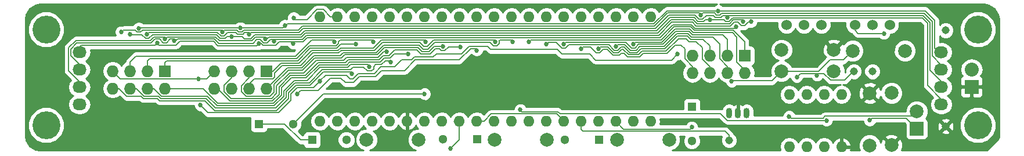
<source format=gbl>
G04 #@! TF.FileFunction,Copper,L2,Bot,Mixed*
%FSLAX46Y46*%
G04 Gerber Fmt 4.6, Leading zero omitted, Abs format (unit mm)*
G04 Created by KiCad (PCBNEW 4.0.2-stable) date Wed 13 Apr 2016 05:19:08 PM PDT*
%MOMM*%
G01*
G04 APERTURE LIST*
%ADD10C,0.100000*%
%ADD11C,1.143000*%
%ADD12C,4.064000*%
%ADD13O,1.600000X1.600000*%
%ADD14R,1.727200X1.727200*%
%ADD15O,1.727200X1.727200*%
%ADD16O,0.899160X1.501140*%
%ADD17C,1.524000*%
%ADD18C,1.998980*%
%ADD19R,2.032000X2.032000*%
%ADD20O,2.032000X2.032000*%
%ADD21R,2.000000X2.000000*%
%ADD22C,2.000000*%
%ADD23R,1.300000X1.300000*%
%ADD24C,1.300000*%
%ADD25O,2.032000X1.727200*%
%ADD26C,0.685800*%
%ADD27C,0.152400*%
%ADD28C,0.254000*%
G04 APERTURE END LIST*
D10*
D11*
X185100000Y-109000000D03*
D12*
X67310000Y-102870000D03*
D13*
X155500000Y-101000000D03*
X152960000Y-101000000D03*
X150420000Y-101000000D03*
X147880000Y-101000000D03*
X145340000Y-101000000D03*
X142800000Y-101000000D03*
X140260000Y-101000000D03*
X137720000Y-101000000D03*
X135180000Y-101000000D03*
X132640000Y-101000000D03*
X130100000Y-101000000D03*
X127560000Y-101000000D03*
X125020000Y-101000000D03*
X122480000Y-101000000D03*
X119940000Y-101000000D03*
X117400000Y-101000000D03*
X114860000Y-101000000D03*
X112320000Y-101000000D03*
X109780000Y-101000000D03*
X107240000Y-101000000D03*
X107240000Y-116240000D03*
X109780000Y-116240000D03*
X112320000Y-116240000D03*
X114860000Y-116240000D03*
X117400000Y-116240000D03*
X119940000Y-116240000D03*
X122480000Y-116240000D03*
X125020000Y-116240000D03*
X127560000Y-116240000D03*
X130100000Y-116240000D03*
X132640000Y-116240000D03*
X135180000Y-116240000D03*
X137720000Y-116240000D03*
X140260000Y-116240000D03*
X142800000Y-116240000D03*
X145340000Y-116240000D03*
X147880000Y-116240000D03*
X150420000Y-116240000D03*
X152960000Y-116240000D03*
X155500000Y-116240000D03*
D14*
X169189400Y-106680000D03*
D15*
X169189400Y-109220000D03*
X166649400Y-106680000D03*
X166649400Y-109220000D03*
X164109400Y-106680000D03*
X164109400Y-109220000D03*
X161569400Y-106680000D03*
X161569400Y-109220000D03*
D16*
X168198800Y-115036600D03*
X166928800Y-115036600D03*
X169468800Y-115036600D03*
D13*
X175691800Y-119989600D03*
X178231800Y-119989600D03*
X180771800Y-119989600D03*
X183311800Y-119989600D03*
X183311800Y-112369600D03*
X180771800Y-112369600D03*
X178231800Y-112369600D03*
X175691800Y-112369600D03*
D11*
X187807600Y-109000000D03*
X166903400Y-119024400D03*
X198500000Y-117000000D03*
X198500000Y-103000000D03*
D17*
X177850800Y-102158800D03*
X180390800Y-102158800D03*
X175310800Y-102158800D03*
D18*
X187426600Y-112166400D03*
X187426600Y-119786400D03*
X182194200Y-105841800D03*
X174574200Y-105841800D03*
X174574200Y-108966000D03*
X182194200Y-108966000D03*
X190601600Y-119761000D03*
X190601600Y-112141000D03*
X184937400Y-105968800D03*
X192557400Y-105968800D03*
X140360400Y-118948200D03*
X132740400Y-118948200D03*
X114020600Y-118948200D03*
X121640600Y-118948200D03*
X158165800Y-118948200D03*
X150545800Y-118948200D03*
D19*
X202285600Y-111226600D03*
D20*
X202285600Y-108686600D03*
D21*
X194284600Y-117348000D03*
D22*
X194284600Y-114808000D03*
D23*
X130175000Y-118897400D03*
D24*
X125175000Y-118897400D03*
D23*
X98348800Y-116636800D03*
D24*
X103348800Y-116636800D03*
D23*
X106095800Y-118973600D03*
D24*
X111095800Y-118973600D03*
D23*
X147955000Y-118948200D03*
D24*
X142955000Y-118948200D03*
D23*
X161493200Y-114122200D03*
D24*
X161493200Y-119122200D03*
D17*
X187807600Y-102158800D03*
X190347600Y-102158800D03*
X185267600Y-102158800D03*
D14*
X99441000Y-108940600D03*
D15*
X99441000Y-111480600D03*
X96901000Y-108940600D03*
X96901000Y-111480600D03*
X94361000Y-108940600D03*
X94361000Y-111480600D03*
X91821000Y-108940600D03*
X91821000Y-111480600D03*
D14*
X84607400Y-108940600D03*
D15*
X84607400Y-111480600D03*
X82067400Y-108940600D03*
X82067400Y-111480600D03*
X79527400Y-108940600D03*
X79527400Y-111480600D03*
X76987400Y-108940600D03*
X76987400Y-111480600D03*
D25*
X197865000Y-113810000D03*
X197865000Y-111270000D03*
X197865000Y-108730000D03*
X197865000Y-106190000D03*
X72160000Y-106190000D03*
X72160000Y-108730000D03*
X72160000Y-111270000D03*
X72160000Y-113810000D03*
X72160000Y-113810000D03*
X72160000Y-111270000D03*
X72160000Y-108730000D03*
X72160000Y-106190000D03*
D12*
X203200000Y-102870000D03*
X203200000Y-116840000D03*
X67310000Y-116840000D03*
D26*
X161493200Y-117119400D03*
X126238000Y-120269000D03*
X122500000Y-112270000D03*
X187426600Y-116103400D03*
X175666400Y-115544600D03*
X170129200Y-101727000D03*
X100507800Y-104571800D03*
X86004400Y-104521000D03*
X102158800Y-102285800D03*
X165328600Y-100152200D03*
X95631000Y-102641400D03*
X80822800Y-102666800D03*
X78232000Y-103225600D03*
X93040200Y-103225600D03*
X162788600Y-100736400D03*
X162763200Y-100736400D03*
X82016600Y-103530400D03*
X96901000Y-103581200D03*
X166624000Y-101066600D03*
X168935400Y-101727000D03*
X99263200Y-104241600D03*
X84607400Y-104216200D03*
X89509600Y-110083600D03*
X89814400Y-113919000D03*
X107238800Y-110413800D03*
X159410400Y-106451400D03*
X76987400Y-108940600D03*
X79502000Y-103555800D03*
X94386400Y-103886000D03*
X164084000Y-101396800D03*
X167300000Y-110430000D03*
X181127400Y-116128800D03*
X136448800Y-114579400D03*
X189509400Y-103454200D03*
X179730000Y-109560000D03*
X176800000Y-109790000D03*
X135356600Y-104622600D03*
X132816600Y-104622600D03*
X103911400Y-112242600D03*
X130098800Y-105892600D03*
X127736600Y-105384600D03*
X125196600Y-105333800D03*
X122656600Y-104648000D03*
X120116600Y-106451400D03*
X117576600Y-107645200D03*
X115036600Y-104673400D03*
X112496600Y-104978200D03*
X109372400Y-104622600D03*
X111887000Y-109296200D03*
X114452400Y-108280200D03*
X116992400Y-106121200D03*
X103352600Y-104902000D03*
X167919400Y-102412800D03*
X98298000Y-104927400D03*
X83489800Y-104851200D03*
X103403400Y-101142800D03*
X145338800Y-105638600D03*
X147828000Y-105638600D03*
X152933400Y-104952800D03*
X150418800Y-105308400D03*
X142773400Y-104952800D03*
X140284200Y-104978200D03*
X137718800Y-104622600D03*
D27*
X150420000Y-116240000D02*
X150420000Y-116282400D01*
X150420000Y-116282400D02*
X151536398Y-117398798D01*
X161213802Y-117398798D02*
X161493200Y-117119400D01*
X151536398Y-117398798D02*
X161213802Y-117398798D01*
X98348800Y-116636800D02*
X102057200Y-116636800D01*
X104394000Y-118973600D02*
X106095800Y-118973600D01*
X102057200Y-116636800D02*
X104394000Y-118973600D01*
X126238000Y-120269000D02*
X127560000Y-118947000D01*
X127560000Y-118947000D02*
X127560000Y-116240000D01*
X127560000Y-116240000D02*
X126787200Y-116240000D01*
X107725600Y-112260000D02*
X103348800Y-116636800D01*
X122490000Y-112260000D02*
X107725600Y-112260000D01*
X122500000Y-112270000D02*
X122490000Y-112260000D01*
X122480000Y-116240000D02*
X122031200Y-116240000D01*
X130100000Y-116240000D02*
X131181400Y-116240000D01*
X141749000Y-115189000D02*
X142800000Y-116240000D01*
X132232400Y-115189000D02*
X141749000Y-115189000D01*
X131181400Y-116240000D02*
X132232400Y-115189000D01*
X192760602Y-115824002D02*
X194284600Y-117348000D01*
X187705998Y-115824002D02*
X192760602Y-115824002D01*
X187426600Y-116103400D02*
X187705998Y-115824002D01*
X193573400Y-115519200D02*
X194284600Y-114808000D01*
X180924200Y-115519200D02*
X193573400Y-115519200D01*
X180619402Y-115823998D02*
X180924200Y-115519200D01*
X175945798Y-115823998D02*
X180619402Y-115823998D01*
X175666400Y-115544600D02*
X175945798Y-115823998D01*
X170103800Y-101752400D02*
X170129200Y-101727000D01*
X170103800Y-101752400D02*
X170129200Y-101727000D01*
X167640000Y-101803200D02*
X168198800Y-101803200D01*
X168198800Y-101803200D02*
X168706800Y-102311200D01*
X169748200Y-101752400D02*
X170103800Y-101752400D01*
X169189400Y-102311200D02*
X169748200Y-101752400D01*
X168706800Y-102311200D02*
X169189400Y-102311200D01*
X100253800Y-104317800D02*
X104648002Y-104317800D01*
X167106600Y-102336600D02*
X167640000Y-101803200D01*
X162077400Y-102336600D02*
X167106600Y-102336600D01*
X161544000Y-101803200D02*
X162077400Y-102336600D01*
X158572200Y-101803200D02*
X161544000Y-101803200D01*
X156667200Y-103708200D02*
X158572200Y-101803200D01*
X105257602Y-103708200D02*
X156667200Y-103708200D01*
X104648002Y-104317800D02*
X105257602Y-103708200D01*
X100507800Y-104571800D02*
X100253800Y-104317800D01*
X86004400Y-104521000D02*
X86207600Y-104521000D01*
X86207600Y-104521000D02*
X86486998Y-104241602D01*
X86486998Y-104241602D02*
X91846402Y-104241602D01*
X91846402Y-104241602D02*
X92481400Y-104876600D01*
X92481400Y-104876600D02*
X97459800Y-104876600D01*
X97459800Y-104876600D02*
X98018600Y-104317800D01*
X98018600Y-104317800D02*
X98526600Y-104317800D01*
X98526600Y-104317800D02*
X99034600Y-104825800D01*
X99034600Y-104825800D02*
X99517200Y-104825800D01*
X99517200Y-104825800D02*
X100025200Y-104317800D01*
X100025200Y-104317800D02*
X100253800Y-104317800D01*
X72160000Y-108730000D02*
X72160000Y-107923200D01*
X72160000Y-107923200D02*
X70891400Y-106654600D01*
X85750400Y-104267000D02*
X86004400Y-104521000D01*
X85420200Y-104267000D02*
X85750400Y-104267000D01*
X84886800Y-104800400D02*
X85420200Y-104267000D01*
X84353400Y-104800400D02*
X84886800Y-104800400D01*
X83820000Y-104267000D02*
X84353400Y-104800400D01*
X83185000Y-104267000D02*
X83820000Y-104267000D01*
X82626200Y-104825800D02*
X83185000Y-104267000D01*
X71780400Y-104825800D02*
X82626200Y-104825800D01*
X70891400Y-105714800D02*
X71780400Y-104825800D01*
X70891400Y-106654600D02*
X70891400Y-105714800D01*
X102158800Y-102285800D02*
X102158800Y-102361998D01*
X165303200Y-100126800D02*
X165328600Y-100152200D01*
X157836342Y-100126800D02*
X165303200Y-100126800D01*
X155905942Y-102057200D02*
X157836342Y-100126800D01*
X102463598Y-102057200D02*
X155905942Y-102057200D01*
X102158800Y-102361998D02*
X102463598Y-102057200D01*
X95631000Y-102641400D02*
X101803200Y-102641400D01*
X101803200Y-102641400D02*
X102158800Y-102285800D01*
X197865000Y-106190000D02*
X197477602Y-106190000D01*
X197477602Y-106190000D02*
X196900800Y-105613198D01*
X196900800Y-105613198D02*
X196900800Y-101549200D01*
X196900800Y-101549200D02*
X195503800Y-100152200D01*
X195503800Y-100152200D02*
X165328600Y-100152200D01*
X80822800Y-102666800D02*
X80822800Y-102641400D01*
X95631000Y-102641400D02*
X80822800Y-102641400D01*
X197865000Y-106190000D02*
X197865000Y-107011200D01*
X93040198Y-103225600D02*
X92760800Y-102946202D01*
X92760800Y-102946202D02*
X81381598Y-102946202D01*
X81381598Y-102946202D02*
X81076800Y-103251000D01*
X81076800Y-103251000D02*
X80568798Y-103251000D01*
X80568798Y-103251000D02*
X80264000Y-102946202D01*
X80264000Y-102946202D02*
X78511398Y-102946202D01*
X78511398Y-102946202D02*
X78232000Y-103225600D01*
X93040198Y-103225600D02*
X93040200Y-103225600D01*
X156006798Y-102387400D02*
X104673400Y-102387400D01*
X93294200Y-102971600D02*
X93040200Y-103225600D01*
X95097600Y-102971600D02*
X93294200Y-102971600D01*
X95351600Y-103225600D02*
X95097600Y-102971600D01*
X95885000Y-103225600D02*
X95351600Y-103225600D01*
X96113600Y-102997000D02*
X95885000Y-103225600D01*
X104063800Y-102997000D02*
X96113600Y-102997000D01*
X104673400Y-102387400D02*
X104063800Y-102997000D01*
X197865000Y-108730000D02*
X197865000Y-107999800D01*
X197865000Y-107999800D02*
X196570600Y-106705400D01*
X196570600Y-106705400D02*
X196570600Y-101701600D01*
X196570600Y-101701600D02*
X195351400Y-100482400D01*
X195351400Y-100482400D02*
X165836600Y-100482400D01*
X165836600Y-100482400D02*
X165582600Y-100736400D01*
X165582600Y-100736400D02*
X165074598Y-100736400D01*
X165074598Y-100736400D02*
X164795200Y-100457002D01*
X164795200Y-100457002D02*
X163067998Y-100457002D01*
X163067998Y-100457002D02*
X162788600Y-100736400D01*
X162763200Y-100736400D02*
X162483802Y-100457002D01*
X162483802Y-100457002D02*
X157937196Y-100457002D01*
X157937196Y-100457002D02*
X156006798Y-102387400D01*
X96901000Y-103581200D02*
X96900998Y-103581200D01*
X82270600Y-103276400D02*
X82016600Y-103530400D01*
X92278200Y-103276400D02*
X82270600Y-103276400D01*
X92811600Y-103809800D02*
X92278200Y-103276400D01*
X93294200Y-103809800D02*
X92811600Y-103809800D01*
X93802200Y-103301800D02*
X93294200Y-103809800D01*
X94970600Y-103301800D02*
X93802200Y-103301800D01*
X95224600Y-103555800D02*
X94970600Y-103301800D01*
X96012000Y-103555800D02*
X95224600Y-103555800D01*
X96240600Y-103327200D02*
X96012000Y-103555800D01*
X96646998Y-103327200D02*
X96240600Y-103327200D01*
X96900998Y-103581200D02*
X96646998Y-103327200D01*
X165963600Y-100812598D02*
X165963600Y-100812600D01*
X97155000Y-103327200D02*
X96901000Y-103581200D01*
X104190800Y-103327200D02*
X97155000Y-103327200D01*
X104800400Y-102717600D02*
X104190800Y-103327200D01*
X156159198Y-102717600D02*
X104800400Y-102717600D01*
X158089598Y-100787200D02*
X156159198Y-102717600D01*
X161950400Y-100787200D02*
X158089598Y-100787200D01*
X162509200Y-101346000D02*
X161950400Y-100787200D01*
X163042600Y-101346000D02*
X162509200Y-101346000D01*
X163576000Y-100812600D02*
X163042600Y-101346000D01*
X164642800Y-100812600D02*
X163576000Y-100812600D01*
X164896800Y-101066600D02*
X164642800Y-100812600D01*
X165709600Y-101066600D02*
X164896800Y-101066600D01*
X165963600Y-100812600D02*
X165709600Y-101066600D01*
X169062400Y-100812600D02*
X166878000Y-100812600D01*
X166878000Y-100812600D02*
X166624000Y-101066600D01*
X197865000Y-111270000D02*
X197865000Y-110438200D01*
X165963598Y-100812600D02*
X165963600Y-100812598D01*
X195224400Y-100812600D02*
X169062400Y-100812600D01*
X169062400Y-100812600D02*
X165963598Y-100812600D01*
X196240400Y-101828600D02*
X195224400Y-100812600D01*
X197865000Y-111270000D02*
X197865000Y-110489000D01*
X197865000Y-110438200D02*
X196240400Y-108813600D01*
X196240400Y-108813600D02*
X196240400Y-101828600D01*
X92024200Y-103936800D02*
X92608400Y-104521000D01*
X92608400Y-104521000D02*
X97332800Y-104521000D01*
X99263200Y-104241600D02*
X99491800Y-104241600D01*
X168681400Y-101473000D02*
X168935400Y-101727000D01*
X167513000Y-101473000D02*
X168681400Y-101473000D01*
X166979600Y-102006400D02*
X167513000Y-101473000D01*
X162229800Y-102006400D02*
X166979600Y-102006400D01*
X161671000Y-101447600D02*
X162229800Y-102006400D01*
X158445200Y-101447600D02*
X161671000Y-101447600D01*
X156514800Y-103378000D02*
X158445200Y-101447600D01*
X105130600Y-103378000D02*
X156514800Y-103378000D01*
X104521000Y-103987600D02*
X105130600Y-103378000D01*
X99745800Y-103987600D02*
X104521000Y-103987600D01*
X99491800Y-104241600D02*
X99745800Y-103987600D01*
X84607400Y-104216200D02*
X84683600Y-104216200D01*
X99009200Y-103987600D02*
X99263200Y-104241600D01*
X97866200Y-103987600D02*
X99009200Y-103987600D01*
X97332800Y-104521000D02*
X97866200Y-103987600D01*
X84963000Y-103936800D02*
X92024200Y-103936800D01*
X84683600Y-104216200D02*
X84963000Y-103936800D01*
X72160000Y-111270000D02*
X72160000Y-110463200D01*
X72160000Y-110463200D02*
X70561200Y-108864400D01*
X84328000Y-103936800D02*
X84607400Y-104216200D01*
X83007200Y-103936800D02*
X84328000Y-103936800D01*
X82473800Y-104470200D02*
X83007200Y-103936800D01*
X71628000Y-104470200D02*
X82473800Y-104470200D01*
X70561200Y-105537000D02*
X71628000Y-104470200D01*
X70561200Y-108864400D02*
X70561200Y-105537000D01*
X72160000Y-111270000D02*
X72160000Y-110437800D01*
X107238800Y-110413800D02*
X107340400Y-110286800D01*
X106273600Y-111353600D02*
X107340400Y-110286800D01*
X103936800Y-111353600D02*
X106273600Y-111353600D01*
X103022400Y-112268000D02*
X103936800Y-111353600D01*
X103022400Y-113207800D02*
X103022400Y-112268000D01*
X101218998Y-115011202D02*
X103022400Y-113207800D01*
X90906602Y-115011202D02*
X101218998Y-115011202D01*
X89814400Y-113919000D02*
X90906602Y-115011202D01*
X107240000Y-110413800D02*
X107238800Y-110413800D01*
X107240000Y-110413800D02*
X107240000Y-110361800D01*
X158521400Y-107340400D02*
X159410400Y-106451400D01*
X147472400Y-107340400D02*
X158521400Y-107340400D01*
X146583400Y-106451400D02*
X147472400Y-107340400D01*
X142494000Y-106451400D02*
X146583400Y-106451400D01*
X141833600Y-105791000D02*
X142494000Y-106451400D01*
X132156200Y-105791000D02*
X141833600Y-105791000D01*
X131673600Y-105308400D02*
X132156200Y-105791000D01*
X128955800Y-105308400D02*
X131673600Y-105308400D01*
X127863600Y-106400600D02*
X128955800Y-105308400D01*
X124206000Y-106400600D02*
X127863600Y-106400600D01*
X123748800Y-106857800D02*
X124206000Y-106400600D01*
X121056400Y-106857800D02*
X123748800Y-106857800D01*
X120624600Y-107289600D02*
X121056400Y-106857800D01*
X119176800Y-107289600D02*
X120624600Y-107289600D01*
X118135400Y-108331000D02*
X119176800Y-107289600D01*
X116154200Y-108331000D02*
X118135400Y-108331000D01*
X115163600Y-109321600D02*
X116154200Y-108331000D01*
X112826800Y-109321600D02*
X115163600Y-109321600D01*
X112090200Y-110058200D02*
X112826800Y-109321600D01*
X111658400Y-110058200D02*
X112090200Y-110058200D01*
X111125000Y-109524800D02*
X111658400Y-110058200D01*
X108077000Y-109524800D02*
X111125000Y-109524800D01*
X107240000Y-110361800D02*
X108077000Y-109524800D01*
X76987400Y-108940600D02*
X78130400Y-110083600D01*
X78130400Y-110083600D02*
X89509600Y-110083600D01*
X90678000Y-110083600D02*
X91821000Y-108940600D01*
X89509600Y-110083600D02*
X90678000Y-110083600D01*
X94386400Y-103886000D02*
X93675200Y-103886000D01*
X79552800Y-103606600D02*
X79502000Y-103555800D01*
X81254600Y-103606600D02*
X79552800Y-103606600D01*
X81788000Y-104140000D02*
X81254600Y-103606600D01*
X82270600Y-104140000D02*
X81788000Y-104140000D01*
X82804000Y-103606600D02*
X82270600Y-104140000D01*
X92151200Y-103606600D02*
X82804000Y-103606600D01*
X92684600Y-104140000D02*
X92151200Y-103606600D01*
X93421200Y-104140000D02*
X92684600Y-104140000D01*
X93675200Y-103886000D02*
X93421200Y-104140000D01*
X164084000Y-101396800D02*
X163449000Y-101396800D01*
X95910400Y-103886000D02*
X94386400Y-103886000D01*
X96215200Y-104190800D02*
X95910400Y-103886000D01*
X97180400Y-104190800D02*
X96215200Y-104190800D01*
X97713800Y-103657400D02*
X97180400Y-104190800D01*
X104394000Y-103657400D02*
X97713800Y-103657400D01*
X105003600Y-103047800D02*
X104394000Y-103657400D01*
X156362400Y-103047800D02*
X105003600Y-103047800D01*
X158292800Y-101117400D02*
X156362400Y-103047800D01*
X161798000Y-101117400D02*
X158292800Y-101117400D01*
X162356800Y-101676200D02*
X161798000Y-101117400D01*
X163169600Y-101676200D02*
X162356800Y-101676200D01*
X163449000Y-101396800D02*
X163169600Y-101676200D01*
X197865000Y-113810000D02*
X197865000Y-113003600D01*
X197865000Y-113003600D02*
X195884800Y-111023400D01*
X166116000Y-101396800D02*
X164084000Y-101396800D01*
X166370000Y-101650800D02*
X166116000Y-101396800D01*
X166878000Y-101650800D02*
X166370000Y-101650800D01*
X167386000Y-101142800D02*
X166878000Y-101650800D01*
X195097400Y-101142800D02*
X167386000Y-101142800D01*
X195884800Y-101930200D02*
X195097400Y-101142800D01*
X195884800Y-111023400D02*
X195884800Y-101930200D01*
X197865000Y-113810000D02*
X197865000Y-112978200D01*
X173200200Y-110340000D02*
X174574200Y-108966000D01*
X167390000Y-110340000D02*
X173200200Y-110340000D01*
X167300000Y-110430000D02*
X167390000Y-110340000D01*
X174574200Y-108966000D02*
X179959000Y-108966000D01*
X179959000Y-108966000D02*
X181610000Y-107315000D01*
X181610000Y-107315000D02*
X183591200Y-107315000D01*
X183591200Y-107315000D02*
X184937400Y-105968800D01*
X145340000Y-116240000D02*
X145340000Y-117425400D01*
X166903400Y-118262400D02*
X166903400Y-119024400D01*
X166344600Y-117703600D02*
X166903400Y-118262400D01*
X145618200Y-117703600D02*
X166344600Y-117703600D01*
X145340000Y-117425400D02*
X145618200Y-117703600D01*
X166624000Y-116128800D02*
X181127400Y-116128800D01*
X165684200Y-115189000D02*
X166624000Y-116128800D01*
X142265400Y-115189000D02*
X165684200Y-115189000D01*
X141935200Y-114858800D02*
X142265400Y-115189000D01*
X136728200Y-114858800D02*
X141935200Y-114858800D01*
X136448800Y-114579400D02*
X136728200Y-114858800D01*
X185267600Y-102971600D02*
X185267600Y-102158800D01*
X185750200Y-103454200D02*
X185267600Y-102971600D01*
X189509400Y-103454200D02*
X185750200Y-103454200D01*
X179710000Y-109270802D02*
X179710000Y-109290000D01*
X179710000Y-109540000D02*
X179710000Y-109270802D01*
X179730000Y-109560000D02*
X179710000Y-109540000D01*
X185100000Y-108880000D02*
X183750000Y-110230000D01*
X181700000Y-110230000D02*
X183750000Y-110230000D01*
X180760000Y-109290000D02*
X181700000Y-110230000D01*
X177300000Y-109290000D02*
X179710000Y-109290000D01*
X179710000Y-109290000D02*
X180760000Y-109290000D01*
X177300000Y-109290000D02*
X176800000Y-109790000D01*
X177850800Y-102158800D02*
X177791200Y-102158800D01*
X99441000Y-111480600D02*
X99466400Y-111480600D01*
X99466400Y-111480600D02*
X102489000Y-108458000D01*
X102489000Y-108458000D02*
X104571800Y-108458000D01*
X104571800Y-108458000D02*
X106349800Y-106680000D01*
X106349800Y-106680000D02*
X110159800Y-106680000D01*
X110159800Y-106680000D02*
X110617000Y-106222800D01*
X110617000Y-106222800D02*
X115417600Y-106222800D01*
X115417600Y-106222800D02*
X116509800Y-105130600D01*
X116509800Y-105130600D02*
X121691400Y-105130600D01*
X121691400Y-105130600D02*
X122275600Y-105714800D01*
X122275600Y-105714800D02*
X123012200Y-105714800D01*
X123012200Y-105714800D02*
X123977400Y-104749600D01*
X123977400Y-104749600D02*
X132054600Y-104749600D01*
X132054600Y-104749600D02*
X132562600Y-105257600D01*
X132562600Y-105257600D02*
X133070600Y-105257600D01*
X133070600Y-105257600D02*
X133400800Y-104927400D01*
X133400800Y-104927400D02*
X133400800Y-104495600D01*
X133400800Y-104495600D02*
X133502400Y-104394000D01*
X133502400Y-104394000D02*
X135128000Y-104394000D01*
X135128000Y-104394000D02*
X135356600Y-104622600D01*
X96901000Y-111480600D02*
X96901000Y-110794800D01*
X96901000Y-110794800D02*
X97637600Y-110058200D01*
X97637600Y-110058200D02*
X100380800Y-110058200D01*
X100380800Y-110058200D02*
X100584000Y-109855000D01*
X100584000Y-109855000D02*
X100584000Y-109245400D01*
X100584000Y-109245400D02*
X101727000Y-108102400D01*
X101727000Y-108102400D02*
X104394000Y-108102400D01*
X104394000Y-108102400D02*
X106197400Y-106299000D01*
X106197400Y-106299000D02*
X109956602Y-106299000D01*
X109956602Y-106299000D02*
X110363002Y-105892600D01*
X110363002Y-105892600D02*
X115189000Y-105892600D01*
X115189000Y-105892600D02*
X116357400Y-104724200D01*
X116357400Y-104724200D02*
X121818400Y-104724200D01*
X121818400Y-104724200D02*
X122402600Y-105308400D01*
X122402600Y-105308400D02*
X122885200Y-105308400D01*
X122885200Y-105308400D02*
X123799600Y-104394000D01*
X123799600Y-104394000D02*
X132588000Y-104394000D01*
X132588000Y-104394000D02*
X132816600Y-104622600D01*
X104419400Y-111734600D02*
X103911400Y-112242600D01*
X106984800Y-111734600D02*
X104419400Y-111734600D01*
X108762800Y-109956600D02*
X106984800Y-111734600D01*
X110312200Y-109956600D02*
X108762800Y-109956600D01*
X110947200Y-110591600D02*
X110312200Y-109956600D01*
X112115600Y-110591600D02*
X110947200Y-110591600D01*
X112979200Y-109728000D02*
X112115600Y-110591600D01*
X115366800Y-109728000D02*
X112979200Y-109728000D01*
X116230400Y-108864400D02*
X115366800Y-109728000D01*
X119583200Y-108864400D02*
X116230400Y-108864400D01*
X121132600Y-107315000D02*
X119583200Y-108864400D01*
X127558800Y-107315000D02*
X121132600Y-107315000D01*
X129235200Y-105638600D02*
X127558800Y-107315000D01*
X129844800Y-105638600D02*
X129235200Y-105638600D01*
X130098800Y-105892600D02*
X129844800Y-105638600D01*
X91821000Y-111480600D02*
X92329000Y-111480600D01*
X92329000Y-111480600D02*
X94132400Y-113284000D01*
X125984000Y-105384600D02*
X127736600Y-105384600D01*
X125425200Y-105943400D02*
X125984000Y-105384600D01*
X124917200Y-105943400D02*
X125425200Y-105943400D01*
X124663200Y-105689400D02*
X124917200Y-105943400D01*
X124079000Y-105689400D02*
X124663200Y-105689400D01*
X123342400Y-106426000D02*
X124079000Y-105689400D01*
X121970800Y-106426000D02*
X123342400Y-106426000D01*
X121386600Y-105841800D02*
X121970800Y-106426000D01*
X118160800Y-105841800D02*
X121386600Y-105841800D01*
X117297200Y-106705400D02*
X118160800Y-105841800D01*
X116459000Y-106705400D02*
X117297200Y-106705400D01*
X115900200Y-107264200D02*
X116459000Y-106705400D01*
X111379000Y-107264200D02*
X115900200Y-107264200D01*
X110972600Y-107670600D02*
X111379000Y-107264200D01*
X106984800Y-107670600D02*
X110972600Y-107670600D01*
X105079800Y-109575600D02*
X106984800Y-107670600D01*
X102920800Y-109575600D02*
X105079800Y-109575600D01*
X101269800Y-111226600D02*
X102920800Y-109575600D01*
X101269800Y-112318800D02*
X101269800Y-111226600D01*
X100304600Y-113284000D02*
X101269800Y-112318800D01*
X94132400Y-113284000D02*
X100304600Y-113284000D01*
X123926600Y-105333800D02*
X125196600Y-105333800D01*
X95758000Y-111048800D02*
X95758000Y-111937800D01*
X123164600Y-106095800D02*
X123926600Y-105333800D01*
X122148600Y-106095800D02*
X123164600Y-106095800D01*
X121564400Y-105511600D02*
X122148600Y-106095800D01*
X116636800Y-105511600D02*
X121564400Y-105511600D01*
X115595400Y-106553000D02*
X116636800Y-105511600D01*
X110845600Y-106553000D02*
X115595400Y-106553000D01*
X110363000Y-107035600D02*
X110845600Y-106553000D01*
X106502200Y-107035600D02*
X110363000Y-107035600D01*
X104724200Y-108813600D02*
X106502200Y-107035600D01*
X102616000Y-108813600D02*
X104724200Y-108813600D01*
X100558600Y-110871000D02*
X102616000Y-108813600D01*
X100558600Y-111988600D02*
X100558600Y-110871000D01*
X99923600Y-112623600D02*
X100558600Y-111988600D01*
X96443800Y-112623600D02*
X99923600Y-112623600D01*
X95758000Y-111937800D02*
X96443800Y-112623600D01*
X96901000Y-108940600D02*
X96901000Y-109905800D01*
X96901000Y-109905800D02*
X95758000Y-111048800D01*
X99441000Y-108940600D02*
X100406200Y-108940600D01*
X122377200Y-104368600D02*
X122656600Y-104648000D01*
X116230400Y-104368600D02*
X122377200Y-104368600D01*
X115036600Y-105562400D02*
X116230400Y-104368600D01*
X110236000Y-105562400D02*
X115036600Y-105562400D01*
X109855000Y-105943400D02*
X110236000Y-105562400D01*
X106019600Y-105943400D02*
X109855000Y-105943400D01*
X104190800Y-107772200D02*
X106019600Y-105943400D01*
X101574600Y-107772200D02*
X104190800Y-107772200D01*
X100406200Y-108940600D02*
X101574600Y-107772200D01*
X84607400Y-111480600D02*
X90220800Y-111480600D01*
X118084600Y-106451400D02*
X120116600Y-106451400D01*
X117500400Y-107035600D02*
X118084600Y-106451400D01*
X116586000Y-107035600D02*
X117500400Y-107035600D01*
X116001800Y-107619800D02*
X116586000Y-107035600D01*
X111582200Y-107619800D02*
X116001800Y-107619800D01*
X111201200Y-108000800D02*
X111582200Y-107619800D01*
X107111800Y-108000800D02*
X111201200Y-108000800D01*
X105181400Y-109931200D02*
X107111800Y-108000800D01*
X103073200Y-109931200D02*
X105181400Y-109931200D01*
X101625400Y-111379000D02*
X103073200Y-109931200D01*
X101625400Y-112420400D02*
X101625400Y-111379000D01*
X100431600Y-113614200D02*
X101625400Y-112420400D01*
X92354400Y-113614200D02*
X100431600Y-113614200D01*
X90220800Y-111480600D02*
X92354400Y-113614200D01*
X79527400Y-111480600D02*
X80492600Y-111480600D01*
X117348000Y-107416600D02*
X117576600Y-107645200D01*
X116763800Y-107416600D02*
X117348000Y-107416600D01*
X116230400Y-107950000D02*
X116763800Y-107416600D01*
X115366800Y-107950000D02*
X116230400Y-107950000D01*
X115062000Y-108254800D02*
X115366800Y-107950000D01*
X115062000Y-108635800D02*
X115062000Y-108254800D01*
X114782600Y-108915200D02*
X115062000Y-108635800D01*
X114147600Y-108915200D02*
X114782600Y-108915200D01*
X113614200Y-108381800D02*
X114147600Y-108915200D01*
X112039400Y-108381800D02*
X113614200Y-108381800D01*
X111683800Y-108737400D02*
X112039400Y-108381800D01*
X107569000Y-108737400D02*
X111683800Y-108737400D01*
X105664000Y-110642400D02*
X107569000Y-108737400D01*
X103606600Y-110642400D02*
X105664000Y-110642400D01*
X102311200Y-111937800D02*
X103606600Y-110642400D01*
X102311200Y-112776000D02*
X102311200Y-111937800D01*
X100761800Y-114325400D02*
X102311200Y-112776000D01*
X92024200Y-114325400D02*
X100761800Y-114325400D01*
X90627200Y-112928400D02*
X92024200Y-114325400D01*
X83997800Y-112928400D02*
X90627200Y-112928400D01*
X83667600Y-112598200D02*
X83997800Y-112928400D01*
X81610200Y-112598200D02*
X83667600Y-112598200D01*
X80492600Y-111480600D02*
X81610200Y-112598200D01*
X82067400Y-108940600D02*
X82067400Y-107416602D01*
X114731800Y-104368600D02*
X115036600Y-104673400D01*
X110210602Y-104368600D02*
X114731800Y-104368600D01*
X109956600Y-104622602D02*
X110210602Y-104368600D01*
X109956600Y-104876600D02*
X109956600Y-104622602D01*
X109601000Y-105232200D02*
X109956600Y-104876600D01*
X105714800Y-105232200D02*
X109601000Y-105232200D01*
X103860600Y-107086400D02*
X105714800Y-105232200D01*
X82397602Y-107086400D02*
X103860600Y-107086400D01*
X82067400Y-107416602D02*
X82397602Y-107086400D01*
X84607400Y-108940600D02*
X84607400Y-107696000D01*
X110312200Y-104978200D02*
X112496600Y-104978200D01*
X109677200Y-105613200D02*
X110312200Y-104978200D01*
X105816400Y-105613200D02*
X109677200Y-105613200D01*
X104013000Y-107416600D02*
X105816400Y-105613200D01*
X84886800Y-107416600D02*
X104013000Y-107416600D01*
X84607400Y-107696000D02*
X84886800Y-107416600D01*
X106070400Y-104368600D02*
X109118400Y-104368600D01*
X109118400Y-104368600D02*
X109372400Y-104622600D01*
X79527400Y-108940600D02*
X79527400Y-107612402D01*
X103682800Y-106756200D02*
X106070400Y-104368600D01*
X80383602Y-106756200D02*
X103682800Y-106756200D01*
X79527400Y-107612402D02*
X80383602Y-106756200D01*
X76987400Y-111480600D02*
X77901800Y-111480600D01*
X111658400Y-109067600D02*
X111887000Y-109296200D01*
X107746800Y-109067600D02*
X111658400Y-109067600D01*
X105816400Y-110998000D02*
X107746800Y-109067600D01*
X103784400Y-110998000D02*
X105816400Y-110998000D01*
X102666800Y-112115600D02*
X103784400Y-110998000D01*
X102666800Y-112953800D02*
X102666800Y-112115600D01*
X100914200Y-114706400D02*
X102666800Y-112953800D01*
X91897200Y-114706400D02*
X100914200Y-114706400D01*
X90474800Y-113284000D02*
X91897200Y-114706400D01*
X83845400Y-113284000D02*
X90474800Y-113284000D01*
X83515200Y-112953800D02*
X83845400Y-113284000D01*
X81457800Y-112953800D02*
X83515200Y-112953800D01*
X81127600Y-112623600D02*
X81457800Y-112953800D01*
X79044800Y-112623600D02*
X81127600Y-112623600D01*
X77901800Y-111480600D02*
X79044800Y-112623600D01*
X82067400Y-111480600D02*
X83032600Y-111480600D01*
X114147600Y-107975400D02*
X114452400Y-108280200D01*
X111734600Y-107975400D02*
X114147600Y-107975400D01*
X111328200Y-108381800D02*
X111734600Y-107975400D01*
X107264200Y-108381800D02*
X111328200Y-108381800D01*
X105359200Y-110286800D02*
X107264200Y-108381800D01*
X103479600Y-110286800D02*
X105359200Y-110286800D01*
X101955600Y-111810800D02*
X103479600Y-110286800D01*
X101955600Y-112598200D02*
X101955600Y-111810800D01*
X100558600Y-113995200D02*
X101955600Y-112598200D01*
X92202000Y-113995200D02*
X100558600Y-113995200D01*
X90805000Y-112598200D02*
X92202000Y-113995200D01*
X84150200Y-112598200D02*
X90805000Y-112598200D01*
X83032600Y-111480600D02*
X84150200Y-112598200D01*
X93218000Y-111023400D02*
X93218000Y-111912400D01*
X116535200Y-106121200D02*
X116992400Y-106121200D01*
X115722400Y-106934000D02*
X116535200Y-106121200D01*
X111099600Y-106934000D02*
X115722400Y-106934000D01*
X110693198Y-107340402D02*
X111099600Y-106934000D01*
X106756198Y-107340402D02*
X110693198Y-107340402D01*
X104876600Y-109220000D02*
X106756198Y-107340402D01*
X102819200Y-109220000D02*
X104876600Y-109220000D01*
X100914200Y-111125000D02*
X102819200Y-109220000D01*
X100914200Y-112217200D02*
X100914200Y-111125000D01*
X100177600Y-112953800D02*
X100914200Y-112217200D01*
X94259400Y-112953800D02*
X100177600Y-112953800D01*
X93218000Y-111912400D02*
X94259400Y-112953800D01*
X94361000Y-108940600D02*
X94361000Y-109880400D01*
X94361000Y-109880400D02*
X93218000Y-111023400D01*
X102870000Y-104648000D02*
X103022400Y-104648000D01*
X103352600Y-104978200D02*
X103352600Y-104902000D01*
X103022400Y-104648000D02*
X103352600Y-104978200D01*
X98298000Y-104927400D02*
X98679000Y-104927400D01*
X167665400Y-102666800D02*
X167919400Y-102412800D01*
X161925000Y-102666800D02*
X167665400Y-102666800D01*
X161417000Y-102158800D02*
X161925000Y-102666800D01*
X158699200Y-102158800D02*
X161417000Y-102158800D01*
X156819600Y-104038400D02*
X158699200Y-102158800D01*
X105384600Y-104038400D02*
X156819600Y-104038400D01*
X104775000Y-104648000D02*
X105384600Y-104038400D01*
X101269800Y-104648000D02*
X102870000Y-104648000D01*
X102870000Y-104648000D02*
X104775000Y-104648000D01*
X100761800Y-105156000D02*
X101269800Y-104648000D01*
X98907600Y-105156000D02*
X100761800Y-105156000D01*
X98679000Y-104927400D02*
X98907600Y-105156000D01*
X83489800Y-104851200D02*
X83489800Y-104876600D01*
X98018600Y-105206800D02*
X98298000Y-104927400D01*
X92329000Y-105206800D02*
X98018600Y-105206800D01*
X91694000Y-104571800D02*
X92329000Y-105206800D01*
X86791800Y-104571800D02*
X91694000Y-104571800D01*
X86233000Y-105130600D02*
X86791800Y-104571800D01*
X83743800Y-105130600D02*
X86233000Y-105130600D01*
X83489800Y-104876600D02*
X83743800Y-105130600D01*
X72160000Y-106190000D02*
X72160000Y-105436802D01*
X72160000Y-105436802D02*
X72440802Y-105156000D01*
X72440802Y-105156000D02*
X83185000Y-105156000D01*
X83185000Y-105156000D02*
X83489800Y-104851200D01*
X109780000Y-101000000D02*
X108772400Y-101000000D01*
X103682800Y-101422200D02*
X103403400Y-101142800D01*
X105333800Y-101422200D02*
X103682800Y-101422200D01*
X106807000Y-99949000D02*
X105333800Y-101422200D01*
X107721400Y-99949000D02*
X106807000Y-99949000D01*
X108772400Y-101000000D02*
X107721400Y-99949000D01*
X161569400Y-109220000D02*
X161569400Y-108254800D01*
X145567400Y-105410000D02*
X145338800Y-105638600D01*
X146710400Y-105410000D02*
X145567400Y-105410000D01*
X147548600Y-106248200D02*
X146710400Y-105410000D01*
X148031200Y-106248200D02*
X147548600Y-106248200D01*
X148539200Y-105740200D02*
X148031200Y-106248200D01*
X149124144Y-105740200D02*
X148539200Y-105740200D01*
X149962344Y-106578400D02*
X149124144Y-105740200D01*
X150952200Y-106578400D02*
X149962344Y-106578400D01*
X151155400Y-106375200D02*
X150952200Y-106578400D01*
X151561800Y-106375200D02*
X151155400Y-106375200D01*
X152069800Y-106883200D02*
X151561800Y-106375200D01*
X153847800Y-106883200D02*
X152069800Y-106883200D01*
X154381200Y-106349800D02*
X153847800Y-106883200D01*
X157835600Y-106349800D02*
X154381200Y-106349800D01*
X159055172Y-105130228D02*
X157835600Y-106349800D01*
X159892628Y-105130228D02*
X159055172Y-105130228D01*
X160451800Y-105689400D02*
X159892628Y-105130228D01*
X160451800Y-107137200D02*
X160451800Y-105689400D01*
X161569400Y-108254800D02*
X160451800Y-107137200D01*
X164109400Y-109220000D02*
X164109400Y-108280200D01*
X148082000Y-105384600D02*
X147828000Y-105638600D01*
X149199600Y-105384600D02*
X148082000Y-105384600D01*
X150063200Y-106248200D02*
X149199600Y-105384600D01*
X150774400Y-106248200D02*
X150063200Y-106248200D01*
X151282400Y-105740200D02*
X150774400Y-106248200D01*
X151434800Y-105740200D02*
X151282400Y-105740200D01*
X152247600Y-106553000D02*
X151434800Y-105740200D01*
X153670000Y-106553000D02*
X152247600Y-106553000D01*
X154203400Y-106019600D02*
X153670000Y-106553000D01*
X157708600Y-106019600D02*
X154203400Y-106019600D01*
X159512000Y-104216200D02*
X157708600Y-106019600D01*
X160680400Y-104216200D02*
X159512000Y-104216200D01*
X161112200Y-104648000D02*
X160680400Y-104216200D01*
X162102798Y-104648000D02*
X161112200Y-104648000D01*
X162991800Y-105537002D02*
X162102798Y-104648000D01*
X162991800Y-107162600D02*
X162991800Y-105537002D01*
X164109400Y-108280200D02*
X162991800Y-107162600D01*
X169189400Y-109220000D02*
X169189400Y-108762800D01*
X169189400Y-108762800D02*
X168046400Y-107619800D01*
X153187400Y-104698800D02*
X152933400Y-104952800D01*
X157124400Y-104698800D02*
X153187400Y-104698800D01*
X159004000Y-102819200D02*
X157124400Y-104698800D01*
X161163000Y-102819200D02*
X159004000Y-102819200D01*
X161671000Y-103327200D02*
X161163000Y-102819200D01*
X167411400Y-103327200D02*
X161671000Y-103327200D01*
X168046400Y-103962200D02*
X167411400Y-103327200D01*
X168046400Y-107619800D02*
X168046400Y-103962200D01*
X166649400Y-109220000D02*
X166649400Y-108254800D01*
X150672800Y-105054400D02*
X150418800Y-105308400D01*
X151688800Y-105054400D02*
X150672800Y-105054400D01*
X152527000Y-105892600D02*
X151688800Y-105054400D01*
X153365200Y-105892600D02*
X152527000Y-105892600D01*
X153898600Y-105359200D02*
X153365200Y-105892600D01*
X157429200Y-105359200D02*
X153898600Y-105359200D01*
X159283400Y-103505000D02*
X157429200Y-105359200D01*
X160934400Y-103505000D02*
X159283400Y-103505000D01*
X161417000Y-103987600D02*
X160934400Y-103505000D01*
X164566600Y-103987600D02*
X161417000Y-103987600D01*
X165531800Y-104952800D02*
X164566600Y-103987600D01*
X165531800Y-107137200D02*
X165531800Y-104952800D01*
X166649400Y-108254800D02*
X165531800Y-107137200D01*
X166649400Y-106680000D02*
X166649400Y-104343202D01*
X143002000Y-104724200D02*
X142773400Y-104952800D01*
X151866600Y-104724200D02*
X143002000Y-104724200D01*
X152704800Y-105562400D02*
X151866600Y-104724200D01*
X153187400Y-105562400D02*
X152704800Y-105562400D01*
X153720800Y-105029000D02*
X153187400Y-105562400D01*
X157276800Y-105029000D02*
X153720800Y-105029000D01*
X159156400Y-103149400D02*
X157276800Y-105029000D01*
X161036000Y-103149400D02*
X159156400Y-103149400D01*
X161544000Y-103657400D02*
X161036000Y-103149400D01*
X165963598Y-103657400D02*
X161544000Y-103657400D01*
X166649400Y-104343202D02*
X165963598Y-103657400D01*
X164109400Y-106680000D02*
X164109400Y-105283002D01*
X140563600Y-104698800D02*
X140284200Y-104978200D01*
X141655800Y-104698800D02*
X140563600Y-104698800D01*
X142519400Y-105562400D02*
X141655800Y-104698800D01*
X143052800Y-105562400D02*
X142519400Y-105562400D01*
X143560800Y-105054400D02*
X143052800Y-105562400D01*
X149352000Y-105054400D02*
X143560800Y-105054400D01*
X150190200Y-105892600D02*
X149352000Y-105054400D01*
X150672800Y-105892600D02*
X150190200Y-105892600D01*
X151155400Y-105410000D02*
X150672800Y-105892600D01*
X151587200Y-105410000D02*
X151155400Y-105410000D01*
X152400000Y-106222800D02*
X151587200Y-105410000D01*
X153492200Y-106222800D02*
X152400000Y-106222800D01*
X154025600Y-105689400D02*
X153492200Y-106222800D01*
X157556200Y-105689400D02*
X154025600Y-105689400D01*
X159423472Y-103822128D02*
X157556200Y-105689400D01*
X160794328Y-103822128D02*
X159423472Y-103822128D01*
X161290000Y-104317800D02*
X160794328Y-103822128D01*
X163144198Y-104317800D02*
X161290000Y-104317800D01*
X164109400Y-105283002D02*
X163144198Y-104317800D01*
X169189400Y-106680000D02*
X169189400Y-104648002D01*
X137972800Y-104368600D02*
X137718800Y-104622600D01*
X156972000Y-104368600D02*
X137972800Y-104368600D01*
X158851600Y-102489000D02*
X156972000Y-104368600D01*
X161290000Y-102489000D02*
X158851600Y-102489000D01*
X161798000Y-102997000D02*
X161290000Y-102489000D01*
X167538398Y-102997000D02*
X161798000Y-102997000D01*
X169189400Y-104648002D02*
X167538398Y-102997000D01*
D28*
G36*
X164775388Y-99322693D02*
X164682319Y-99415600D01*
X157836342Y-99415600D01*
X157564177Y-99469737D01*
X157333448Y-99623906D01*
X156709149Y-100248205D01*
X156514698Y-99957189D01*
X156049151Y-99646120D01*
X155500000Y-99536887D01*
X154950849Y-99646120D01*
X154485302Y-99957189D01*
X154230000Y-100339275D01*
X153974698Y-99957189D01*
X153509151Y-99646120D01*
X152960000Y-99536887D01*
X152410849Y-99646120D01*
X151945302Y-99957189D01*
X151690000Y-100339275D01*
X151434698Y-99957189D01*
X150969151Y-99646120D01*
X150420000Y-99536887D01*
X149870849Y-99646120D01*
X149405302Y-99957189D01*
X149150000Y-100339275D01*
X148894698Y-99957189D01*
X148429151Y-99646120D01*
X147880000Y-99536887D01*
X147330849Y-99646120D01*
X146865302Y-99957189D01*
X146610000Y-100339275D01*
X146354698Y-99957189D01*
X145889151Y-99646120D01*
X145340000Y-99536887D01*
X144790849Y-99646120D01*
X144325302Y-99957189D01*
X144070000Y-100339275D01*
X143814698Y-99957189D01*
X143349151Y-99646120D01*
X142800000Y-99536887D01*
X142250849Y-99646120D01*
X141785302Y-99957189D01*
X141530000Y-100339275D01*
X141274698Y-99957189D01*
X140809151Y-99646120D01*
X140260000Y-99536887D01*
X139710849Y-99646120D01*
X139245302Y-99957189D01*
X138990000Y-100339275D01*
X138734698Y-99957189D01*
X138269151Y-99646120D01*
X137720000Y-99536887D01*
X137170849Y-99646120D01*
X136705302Y-99957189D01*
X136450000Y-100339275D01*
X136194698Y-99957189D01*
X135729151Y-99646120D01*
X135180000Y-99536887D01*
X134630849Y-99646120D01*
X134165302Y-99957189D01*
X133910000Y-100339275D01*
X133654698Y-99957189D01*
X133189151Y-99646120D01*
X132640000Y-99536887D01*
X132090849Y-99646120D01*
X131625302Y-99957189D01*
X131370000Y-100339275D01*
X131114698Y-99957189D01*
X130649151Y-99646120D01*
X130100000Y-99536887D01*
X129550849Y-99646120D01*
X129085302Y-99957189D01*
X128830000Y-100339275D01*
X128574698Y-99957189D01*
X128109151Y-99646120D01*
X127560000Y-99536887D01*
X127010849Y-99646120D01*
X126545302Y-99957189D01*
X126290000Y-100339275D01*
X126034698Y-99957189D01*
X125569151Y-99646120D01*
X125020000Y-99536887D01*
X124470849Y-99646120D01*
X124005302Y-99957189D01*
X123750000Y-100339275D01*
X123494698Y-99957189D01*
X123029151Y-99646120D01*
X122480000Y-99536887D01*
X121930849Y-99646120D01*
X121465302Y-99957189D01*
X121210000Y-100339275D01*
X120954698Y-99957189D01*
X120489151Y-99646120D01*
X119940000Y-99536887D01*
X119390849Y-99646120D01*
X118925302Y-99957189D01*
X118670000Y-100339275D01*
X118414698Y-99957189D01*
X117949151Y-99646120D01*
X117400000Y-99536887D01*
X116850849Y-99646120D01*
X116385302Y-99957189D01*
X116130000Y-100339275D01*
X115874698Y-99957189D01*
X115409151Y-99646120D01*
X114860000Y-99536887D01*
X114310849Y-99646120D01*
X113845302Y-99957189D01*
X113590000Y-100339275D01*
X113334698Y-99957189D01*
X112869151Y-99646120D01*
X112320000Y-99536887D01*
X111770849Y-99646120D01*
X111305302Y-99957189D01*
X111050000Y-100339275D01*
X110794698Y-99957189D01*
X110329151Y-99646120D01*
X109780000Y-99536887D01*
X109230849Y-99646120D01*
X108765302Y-99957189D01*
X108753316Y-99975127D01*
X108224294Y-99446106D01*
X107993565Y-99291937D01*
X107721400Y-99237800D01*
X106807000Y-99237800D01*
X106534836Y-99291937D01*
X106487359Y-99323660D01*
X106304105Y-99446106D01*
X105039212Y-100711000D01*
X104283073Y-100711000D01*
X104232907Y-100589588D01*
X103958059Y-100314260D01*
X103598770Y-100165070D01*
X103209737Y-100164731D01*
X102850188Y-100313293D01*
X102574860Y-100588141D01*
X102425670Y-100947430D01*
X102425331Y-101336463D01*
X102425907Y-101337858D01*
X102354170Y-101308070D01*
X101965137Y-101307731D01*
X101605588Y-101456293D01*
X101330260Y-101731141D01*
X101247603Y-101930200D01*
X96302794Y-101930200D01*
X96185659Y-101812860D01*
X95826370Y-101663670D01*
X95437337Y-101663331D01*
X95077788Y-101811893D01*
X94959274Y-101930200D01*
X81469239Y-101930200D01*
X81377459Y-101838260D01*
X81018170Y-101689070D01*
X80629137Y-101688731D01*
X80269588Y-101837293D01*
X79994260Y-102112141D01*
X79943244Y-102235002D01*
X78511398Y-102235002D01*
X78433633Y-102250471D01*
X78427370Y-102247870D01*
X78038337Y-102247531D01*
X77678788Y-102396093D01*
X77403460Y-102670941D01*
X77254270Y-103030230D01*
X77253931Y-103419263D01*
X77394307Y-103759000D01*
X71628000Y-103759000D01*
X71408985Y-103802565D01*
X71355835Y-103813137D01*
X71125106Y-103967306D01*
X70058306Y-105034106D01*
X69904137Y-105264835D01*
X69863718Y-105468035D01*
X69850000Y-105537000D01*
X69850000Y-108864400D01*
X69904137Y-109136565D01*
X70058306Y-109367294D01*
X70909880Y-110218868D01*
X70590729Y-110696511D01*
X70476655Y-111270000D01*
X70590729Y-111843489D01*
X70915585Y-112329670D01*
X71230366Y-112540000D01*
X70915585Y-112750330D01*
X70590729Y-113236511D01*
X70476655Y-113810000D01*
X70590729Y-114383489D01*
X70915585Y-114869670D01*
X71401766Y-115194526D01*
X71975255Y-115308600D01*
X72344745Y-115308600D01*
X72918234Y-115194526D01*
X73404415Y-114869670D01*
X73729271Y-114383489D01*
X73843345Y-113810000D01*
X73729271Y-113236511D01*
X73404415Y-112750330D01*
X73089634Y-112540000D01*
X73404415Y-112329670D01*
X73729271Y-111843489D01*
X73843345Y-111270000D01*
X73729271Y-110696511D01*
X73404415Y-110210330D01*
X73089634Y-110000000D01*
X73404415Y-109789670D01*
X73729271Y-109303489D01*
X73843345Y-108730000D01*
X73729271Y-108156511D01*
X73404415Y-107670330D01*
X73089634Y-107460000D01*
X73404415Y-107249670D01*
X73729271Y-106763489D01*
X73843345Y-106190000D01*
X73779136Y-105867200D01*
X83185000Y-105867200D01*
X83377034Y-105829002D01*
X83680791Y-105829267D01*
X83743800Y-105841800D01*
X86233000Y-105841800D01*
X86505165Y-105787663D01*
X86735894Y-105633494D01*
X87086389Y-105283000D01*
X91399412Y-105283000D01*
X91826106Y-105709695D01*
X92055633Y-105863059D01*
X92056836Y-105863863D01*
X92329000Y-105918000D01*
X98018600Y-105918000D01*
X98096370Y-105902531D01*
X98102630Y-105905130D01*
X98491663Y-105905469D01*
X98689349Y-105823787D01*
X98907600Y-105867200D01*
X100761800Y-105867200D01*
X101033965Y-105813063D01*
X101264694Y-105658894D01*
X101564389Y-105359200D01*
X102483422Y-105359200D01*
X102523093Y-105455212D01*
X102797941Y-105730540D01*
X103157230Y-105879730D01*
X103546263Y-105880069D01*
X103557987Y-105875225D01*
X103388212Y-106045000D01*
X80383602Y-106045000D01*
X80111438Y-106099137D01*
X80067589Y-106128436D01*
X79880707Y-106253306D01*
X79024506Y-107109508D01*
X78870337Y-107340237D01*
X78848538Y-107449830D01*
X78816200Y-107612402D01*
X78816200Y-107628473D01*
X78438371Y-107880930D01*
X78257400Y-108151772D01*
X78076429Y-107880930D01*
X77590248Y-107556074D01*
X77016759Y-107442000D01*
X76958041Y-107442000D01*
X76384552Y-107556074D01*
X75898371Y-107880930D01*
X75573515Y-108367111D01*
X75459441Y-108940600D01*
X75573515Y-109514089D01*
X75898371Y-110000270D01*
X76213152Y-110210600D01*
X75898371Y-110420930D01*
X75573515Y-110907111D01*
X75459441Y-111480600D01*
X75573515Y-112054089D01*
X75898371Y-112540270D01*
X76384552Y-112865126D01*
X76958041Y-112979200D01*
X77016759Y-112979200D01*
X77590248Y-112865126D01*
X78004046Y-112588634D01*
X78541906Y-113126494D01*
X78772635Y-113280663D01*
X78789412Y-113284000D01*
X79044800Y-113334800D01*
X80833011Y-113334800D01*
X80954905Y-113456694D01*
X81103773Y-113556164D01*
X81185636Y-113610863D01*
X81457800Y-113665000D01*
X83220611Y-113665000D01*
X83342505Y-113786894D01*
X83482802Y-113880637D01*
X83573236Y-113941063D01*
X83845400Y-113995200D01*
X88836433Y-113995200D01*
X88836331Y-114112663D01*
X88984893Y-114472212D01*
X89259741Y-114747540D01*
X89619030Y-114896730D01*
X89786488Y-114896876D01*
X90403708Y-115514096D01*
X90634437Y-115668265D01*
X90906602Y-115722402D01*
X97110915Y-115722402D01*
X97102369Y-115734910D01*
X97051360Y-115986800D01*
X97051360Y-117286800D01*
X97095638Y-117522117D01*
X97234710Y-117738241D01*
X97446910Y-117883231D01*
X97698800Y-117934240D01*
X98998800Y-117934240D01*
X99234117Y-117889962D01*
X99450241Y-117750890D01*
X99595231Y-117538690D01*
X99633847Y-117348000D01*
X101762612Y-117348000D01*
X103891105Y-119476494D01*
X104121835Y-119630663D01*
X104166990Y-119639645D01*
X104394000Y-119684800D01*
X104809876Y-119684800D01*
X104842638Y-119858917D01*
X104981710Y-120075041D01*
X105193910Y-120220031D01*
X105445800Y-120271040D01*
X106745800Y-120271040D01*
X106981117Y-120226762D01*
X107197241Y-120087690D01*
X107342231Y-119875490D01*
X107393240Y-119623600D01*
X107393240Y-119228081D01*
X109810577Y-119228081D01*
X110005795Y-119700543D01*
X110366955Y-120062335D01*
X110839076Y-120258377D01*
X111350281Y-120258823D01*
X111822743Y-120063605D01*
X112184535Y-119702445D01*
X112380577Y-119230324D01*
X112381023Y-118719119D01*
X112185805Y-118246657D01*
X111824645Y-117884865D01*
X111352524Y-117688823D01*
X110841319Y-117688377D01*
X110368857Y-117883595D01*
X110007065Y-118244755D01*
X109811023Y-118716876D01*
X109810577Y-119228081D01*
X107393240Y-119228081D01*
X107393240Y-118323600D01*
X107348962Y-118088283D01*
X107209890Y-117872159D01*
X106997690Y-117727169D01*
X106745800Y-117676160D01*
X105445800Y-117676160D01*
X105210483Y-117720438D01*
X104994359Y-117859510D01*
X104849369Y-118071710D01*
X104810753Y-118262400D01*
X104688589Y-118262400D01*
X104114402Y-117688213D01*
X104437535Y-117365645D01*
X104633577Y-116893524D01*
X104634023Y-116382319D01*
X104626727Y-116364661D01*
X108020188Y-112971200D01*
X121818223Y-112971200D01*
X121945341Y-113098540D01*
X122304630Y-113247730D01*
X122693663Y-113248069D01*
X123053212Y-113099507D01*
X123328540Y-112824659D01*
X123477730Y-112465370D01*
X123478069Y-112076337D01*
X123329507Y-111716788D01*
X123054659Y-111441460D01*
X122695370Y-111292270D01*
X122306337Y-111291931D01*
X121946788Y-111440493D01*
X121838292Y-111548800D01*
X108176388Y-111548800D01*
X109057389Y-110667800D01*
X110017612Y-110667800D01*
X110444306Y-111094495D01*
X110675036Y-111248663D01*
X110947200Y-111302800D01*
X112115600Y-111302800D01*
X112387765Y-111248663D01*
X112618494Y-111094494D01*
X113273788Y-110439200D01*
X115366800Y-110439200D01*
X115638965Y-110385063D01*
X115869694Y-110230894D01*
X116524988Y-109575600D01*
X119583200Y-109575600D01*
X119855365Y-109521463D01*
X120086094Y-109367294D01*
X121427189Y-108026200D01*
X127558800Y-108026200D01*
X127830965Y-107972063D01*
X128061694Y-107817894D01*
X129351463Y-106528126D01*
X129544141Y-106721140D01*
X129903430Y-106870330D01*
X130292463Y-106870669D01*
X130652012Y-106722107D01*
X130927340Y-106447259D01*
X131076530Y-106087970D01*
X131076590Y-106019600D01*
X131379012Y-106019600D01*
X131653305Y-106293894D01*
X131807474Y-106396906D01*
X131884036Y-106448063D01*
X132156200Y-106502200D01*
X141539012Y-106502200D01*
X141991106Y-106954295D01*
X142183822Y-107083063D01*
X142221836Y-107108463D01*
X142494000Y-107162600D01*
X146288812Y-107162600D01*
X146969506Y-107843294D01*
X147200235Y-107997463D01*
X147472400Y-108051600D01*
X158521400Y-108051600D01*
X158793565Y-107997463D01*
X159024294Y-107843294D01*
X159438263Y-107429325D01*
X159604063Y-107429469D01*
X159783951Y-107355141D01*
X159794737Y-107409365D01*
X159948906Y-107640094D01*
X160475873Y-108167061D01*
X160155515Y-108646511D01*
X160041441Y-109220000D01*
X160155515Y-109793489D01*
X160480371Y-110279670D01*
X160966552Y-110604526D01*
X161540041Y-110718600D01*
X161598759Y-110718600D01*
X162172248Y-110604526D01*
X162658429Y-110279670D01*
X162839400Y-110008828D01*
X163020371Y-110279670D01*
X163506552Y-110604526D01*
X164080041Y-110718600D01*
X164138759Y-110718600D01*
X164712248Y-110604526D01*
X165198429Y-110279670D01*
X165379400Y-110008828D01*
X165560371Y-110279670D01*
X166046552Y-110604526D01*
X166337975Y-110662494D01*
X166470493Y-110983212D01*
X166745341Y-111258540D01*
X167104630Y-111407730D01*
X167493663Y-111408069D01*
X167853212Y-111259507D01*
X168061883Y-111051200D01*
X173200200Y-111051200D01*
X173472365Y-110997063D01*
X173703094Y-110842894D01*
X174034352Y-110511636D01*
X174247653Y-110600206D01*
X174897894Y-110600774D01*
X175498855Y-110352462D01*
X175835471Y-110016433D01*
X175970493Y-110343212D01*
X176245341Y-110618540D01*
X176604630Y-110767730D01*
X176993663Y-110768069D01*
X177353212Y-110619507D01*
X177628540Y-110344659D01*
X177771157Y-110001200D01*
X178854211Y-110001200D01*
X178900493Y-110113212D01*
X179175341Y-110388540D01*
X179534630Y-110537730D01*
X179923663Y-110538069D01*
X180283212Y-110389507D01*
X180558540Y-110114659D01*
X180564505Y-110100293D01*
X181197106Y-110732895D01*
X181427835Y-110887063D01*
X181700000Y-110941200D01*
X183137286Y-110941200D01*
X182762649Y-111015720D01*
X182297102Y-111326789D01*
X182041800Y-111708875D01*
X181786498Y-111326789D01*
X181320951Y-111015720D01*
X180771800Y-110906487D01*
X180222649Y-111015720D01*
X179757102Y-111326789D01*
X179501800Y-111708875D01*
X179246498Y-111326789D01*
X178780951Y-111015720D01*
X178231800Y-110906487D01*
X177682649Y-111015720D01*
X177217102Y-111326789D01*
X176961800Y-111708875D01*
X176706498Y-111326789D01*
X176240951Y-111015720D01*
X175691800Y-110906487D01*
X175142649Y-111015720D01*
X174677102Y-111326789D01*
X174366033Y-111792336D01*
X174256800Y-112341487D01*
X174256800Y-112397713D01*
X174366033Y-112946864D01*
X174677102Y-113412411D01*
X175142649Y-113723480D01*
X175691800Y-113832713D01*
X176240951Y-113723480D01*
X176706498Y-113412411D01*
X176961800Y-113030325D01*
X177217102Y-113412411D01*
X177682649Y-113723480D01*
X178231800Y-113832713D01*
X178780951Y-113723480D01*
X179246498Y-113412411D01*
X179501800Y-113030325D01*
X179757102Y-113412411D01*
X180222649Y-113723480D01*
X180771800Y-113832713D01*
X181320951Y-113723480D01*
X181786498Y-113412411D01*
X182041800Y-113030325D01*
X182297102Y-113412411D01*
X182762649Y-113723480D01*
X183311800Y-113832713D01*
X183860951Y-113723480D01*
X184326498Y-113412411D01*
X184389205Y-113318563D01*
X186454043Y-113318563D01*
X186552642Y-113585365D01*
X187162182Y-113811801D01*
X187811977Y-113787741D01*
X188300558Y-113585365D01*
X188399157Y-113318563D01*
X187426600Y-112346005D01*
X186454043Y-113318563D01*
X184389205Y-113318563D01*
X184637567Y-112946864D01*
X184746800Y-112397713D01*
X184746800Y-112341487D01*
X184659377Y-111901982D01*
X185781199Y-111901982D01*
X185805259Y-112551777D01*
X186007635Y-113040358D01*
X186274437Y-113138957D01*
X187246995Y-112166400D01*
X187606205Y-112166400D01*
X188578763Y-113138957D01*
X188845565Y-113040358D01*
X189015582Y-112582692D01*
X189215138Y-113065655D01*
X189674527Y-113525846D01*
X190275053Y-113775206D01*
X190925294Y-113775774D01*
X191526255Y-113527462D01*
X191986446Y-113068073D01*
X192235806Y-112467547D01*
X192236374Y-111817306D01*
X191988062Y-111216345D01*
X191528673Y-110756154D01*
X190928147Y-110506794D01*
X190277906Y-110506226D01*
X189676945Y-110754538D01*
X189216754Y-111213927D01*
X189014649Y-111700649D01*
X188845565Y-111292442D01*
X188578763Y-111193843D01*
X187606205Y-112166400D01*
X187246995Y-112166400D01*
X186274437Y-111193843D01*
X186007635Y-111292442D01*
X185781199Y-111901982D01*
X184659377Y-111901982D01*
X184637567Y-111792336D01*
X184326498Y-111326789D01*
X183860951Y-111015720D01*
X183853496Y-111014237D01*
X186454043Y-111014237D01*
X187426600Y-111986795D01*
X188399157Y-111014237D01*
X188300558Y-110747435D01*
X187691018Y-110520999D01*
X187041223Y-110545059D01*
X186552642Y-110747435D01*
X186454043Y-111014237D01*
X183853496Y-111014237D01*
X183486314Y-110941200D01*
X183750000Y-110941200D01*
X184022165Y-110887063D01*
X184252894Y-110732894D01*
X184802812Y-110182976D01*
X184858959Y-110206290D01*
X185338935Y-110206709D01*
X185782535Y-110023418D01*
X186122225Y-109684320D01*
X186306290Y-109241041D01*
X186306291Y-109238935D01*
X186600891Y-109238935D01*
X186784182Y-109682535D01*
X187123280Y-110022225D01*
X187566559Y-110206290D01*
X188046535Y-110206709D01*
X188490135Y-110023418D01*
X188829825Y-109684320D01*
X189013890Y-109241041D01*
X189014309Y-108761065D01*
X188831018Y-108317465D01*
X188491920Y-107977775D01*
X188048641Y-107793710D01*
X187568665Y-107793291D01*
X187125065Y-107976582D01*
X186785375Y-108315680D01*
X186601310Y-108758959D01*
X186600891Y-109238935D01*
X186306291Y-109238935D01*
X186306709Y-108761065D01*
X186123418Y-108317465D01*
X185784320Y-107977775D01*
X185341041Y-107793710D01*
X184861065Y-107793291D01*
X184417465Y-107976582D01*
X184077775Y-108315680D01*
X183893710Y-108758959D01*
X183893429Y-109080782D01*
X183828534Y-109145677D01*
X183828974Y-108642306D01*
X183580662Y-108041345D01*
X183565543Y-108026200D01*
X183591200Y-108026200D01*
X183863365Y-107972063D01*
X184094094Y-107817894D01*
X184397552Y-107514436D01*
X184610853Y-107603006D01*
X185261094Y-107603574D01*
X185862055Y-107355262D01*
X186322246Y-106895873D01*
X186571606Y-106295347D01*
X186571608Y-106292494D01*
X190922626Y-106292494D01*
X191170938Y-106893455D01*
X191630327Y-107353646D01*
X192230853Y-107603006D01*
X192881094Y-107603574D01*
X193482055Y-107355262D01*
X193942246Y-106895873D01*
X194191606Y-106295347D01*
X194192174Y-105645106D01*
X193943862Y-105044145D01*
X193484473Y-104583954D01*
X192883947Y-104334594D01*
X192233706Y-104334026D01*
X191632745Y-104582338D01*
X191172554Y-105041727D01*
X190923194Y-105642253D01*
X190922626Y-106292494D01*
X186571608Y-106292494D01*
X186572174Y-105645106D01*
X186323862Y-105044145D01*
X185864473Y-104583954D01*
X185263947Y-104334594D01*
X184613706Y-104334026D01*
X184012745Y-104582338D01*
X183617086Y-104977308D01*
X183613165Y-104967842D01*
X183346363Y-104869243D01*
X182373805Y-105841800D01*
X182387948Y-105855942D01*
X182208342Y-106035548D01*
X182194200Y-106021405D01*
X182180058Y-106035548D01*
X182000452Y-105855942D01*
X182014595Y-105841800D01*
X181042037Y-104869243D01*
X180775235Y-104967842D01*
X180548799Y-105577382D01*
X180572859Y-106227177D01*
X180775235Y-106715758D01*
X181042036Y-106814356D01*
X180927754Y-106928638D01*
X180959164Y-106960048D01*
X179664412Y-108254800D01*
X176048860Y-108254800D01*
X175960662Y-108041345D01*
X175501273Y-107581154D01*
X175074089Y-107403772D01*
X175498855Y-107228262D01*
X175959046Y-106768873D01*
X176208406Y-106168347D01*
X176208974Y-105518106D01*
X175960662Y-104917145D01*
X175733551Y-104689637D01*
X181221643Y-104689637D01*
X182194200Y-105662195D01*
X183166757Y-104689637D01*
X183068158Y-104422835D01*
X182458618Y-104196399D01*
X181808823Y-104220459D01*
X181320242Y-104422835D01*
X181221643Y-104689637D01*
X175733551Y-104689637D01*
X175501273Y-104456954D01*
X174900747Y-104207594D01*
X174250506Y-104207026D01*
X173649545Y-104455338D01*
X173189354Y-104914727D01*
X172939994Y-105515253D01*
X172939426Y-106165494D01*
X173187738Y-106766455D01*
X173647127Y-107226646D01*
X174074311Y-107404028D01*
X173649545Y-107579538D01*
X173189354Y-108038927D01*
X172939994Y-108639453D01*
X172939426Y-109289694D01*
X173028688Y-109505724D01*
X172905612Y-109628800D01*
X170636044Y-109628800D01*
X170717359Y-109220000D01*
X170603285Y-108646511D01*
X170278429Y-108160330D01*
X170264758Y-108151195D01*
X170288317Y-108146762D01*
X170504441Y-108007690D01*
X170649431Y-107795490D01*
X170700440Y-107543600D01*
X170700440Y-105816400D01*
X170656162Y-105581083D01*
X170517090Y-105364959D01*
X170304890Y-105219969D01*
X170053000Y-105168960D01*
X169900600Y-105168960D01*
X169900600Y-104648002D01*
X169846463Y-104375838D01*
X169775970Y-104270338D01*
X169692294Y-104145107D01*
X168631191Y-103084005D01*
X168695212Y-103020095D01*
X168706800Y-103022400D01*
X169189400Y-103022400D01*
X169461565Y-102968263D01*
X169692294Y-102814094D01*
X169840438Y-102665950D01*
X169933830Y-102704730D01*
X170322863Y-102705069D01*
X170682412Y-102556507D01*
X170957740Y-102281659D01*
X171106930Y-101922370D01*
X171106990Y-101854000D01*
X173924715Y-101854000D01*
X173914043Y-101879700D01*
X173913558Y-102435461D01*
X174125790Y-102949103D01*
X174518430Y-103342429D01*
X175031700Y-103555557D01*
X175587461Y-103556042D01*
X176101103Y-103343810D01*
X176494429Y-102951170D01*
X176580749Y-102743288D01*
X176665790Y-102949103D01*
X177058430Y-103342429D01*
X177571700Y-103555557D01*
X178127461Y-103556042D01*
X178641103Y-103343810D01*
X179034429Y-102951170D01*
X179120749Y-102743288D01*
X179205790Y-102949103D01*
X179598430Y-103342429D01*
X180111700Y-103555557D01*
X180667461Y-103556042D01*
X181181103Y-103343810D01*
X181574429Y-102951170D01*
X181787557Y-102437900D01*
X181788042Y-101882139D01*
X181776415Y-101854000D01*
X183881515Y-101854000D01*
X183870843Y-101879700D01*
X183870358Y-102435461D01*
X184082590Y-102949103D01*
X184475230Y-103342429D01*
X184753734Y-103458074D01*
X184764706Y-103474494D01*
X185247305Y-103957094D01*
X185361347Y-104033294D01*
X185478036Y-104111263D01*
X185750200Y-104165400D01*
X188837606Y-104165400D01*
X188954741Y-104282740D01*
X189314030Y-104431930D01*
X189703063Y-104432269D01*
X190062612Y-104283707D01*
X190337940Y-104008859D01*
X190487130Y-103649570D01*
X190487212Y-103555922D01*
X190624261Y-103556042D01*
X191137903Y-103343810D01*
X191531229Y-102951170D01*
X191744357Y-102437900D01*
X191744842Y-101882139D01*
X191733215Y-101854000D01*
X194802812Y-101854000D01*
X195173600Y-102224789D01*
X195173600Y-111023400D01*
X195227737Y-111295565D01*
X195381906Y-111526294D01*
X196614720Y-112759108D01*
X196295729Y-113236511D01*
X196181655Y-113810000D01*
X196295729Y-114383489D01*
X196620585Y-114869670D01*
X197106766Y-115194526D01*
X197680255Y-115308600D01*
X198049745Y-115308600D01*
X198623234Y-115194526D01*
X199109415Y-114869670D01*
X199434271Y-114383489D01*
X199548345Y-113810000D01*
X199434271Y-113236511D01*
X199109415Y-112750330D01*
X198794634Y-112540000D01*
X199109415Y-112329670D01*
X199434271Y-111843489D01*
X199500138Y-111512350D01*
X200634600Y-111512350D01*
X200634600Y-112368910D01*
X200731273Y-112602299D01*
X200909902Y-112780927D01*
X201143291Y-112877600D01*
X201999850Y-112877600D01*
X202158600Y-112718850D01*
X202158600Y-111353600D01*
X202412600Y-111353600D01*
X202412600Y-112718850D01*
X202571350Y-112877600D01*
X203427909Y-112877600D01*
X203661298Y-112780927D01*
X203839927Y-112602299D01*
X203936600Y-112368910D01*
X203936600Y-111512350D01*
X203777850Y-111353600D01*
X202412600Y-111353600D01*
X202158600Y-111353600D01*
X200793350Y-111353600D01*
X200634600Y-111512350D01*
X199500138Y-111512350D01*
X199548345Y-111270000D01*
X199434271Y-110696511D01*
X199109415Y-110210330D01*
X198794634Y-110000000D01*
X199109415Y-109789670D01*
X199434271Y-109303489D01*
X199548345Y-108730000D01*
X199539713Y-108686600D01*
X200602255Y-108686600D01*
X200727930Y-109318410D01*
X200952566Y-109654601D01*
X200909902Y-109672273D01*
X200731273Y-109850901D01*
X200634600Y-110084290D01*
X200634600Y-110940850D01*
X200793350Y-111099600D01*
X202158600Y-111099600D01*
X202158600Y-111079600D01*
X202412600Y-111079600D01*
X202412600Y-111099600D01*
X203777850Y-111099600D01*
X203936600Y-110940850D01*
X203936600Y-110084290D01*
X203839927Y-109850901D01*
X203661298Y-109672273D01*
X203618634Y-109654601D01*
X203843270Y-109318410D01*
X203968945Y-108686600D01*
X203843270Y-108054790D01*
X203485378Y-107519167D01*
X202949755Y-107161275D01*
X202317945Y-107035600D01*
X202253255Y-107035600D01*
X201621445Y-107161275D01*
X201085822Y-107519167D01*
X200727930Y-108054790D01*
X200602255Y-108686600D01*
X199539713Y-108686600D01*
X199434271Y-108156511D01*
X199109415Y-107670330D01*
X198794634Y-107460000D01*
X199109415Y-107249670D01*
X199434271Y-106763489D01*
X199548345Y-106190000D01*
X199434271Y-105616511D01*
X199109415Y-105130330D01*
X198623234Y-104805474D01*
X198049745Y-104691400D01*
X197680255Y-104691400D01*
X197612000Y-104704977D01*
X197612000Y-103818189D01*
X197815680Y-104022225D01*
X198258959Y-104206290D01*
X198738935Y-104206709D01*
X199182535Y-104023418D01*
X199522225Y-103684320D01*
X199641043Y-103398172D01*
X200532538Y-103398172D01*
X200937709Y-104378761D01*
X201687293Y-105129655D01*
X202667173Y-105536536D01*
X203728172Y-105537462D01*
X204708761Y-105132291D01*
X205459655Y-104382707D01*
X205866536Y-103402827D01*
X205867462Y-102341828D01*
X205462291Y-101361239D01*
X204712707Y-100610345D01*
X203732827Y-100203464D01*
X202671828Y-100202538D01*
X201691239Y-100607709D01*
X200940345Y-101357293D01*
X200533464Y-102337173D01*
X200532538Y-103398172D01*
X199641043Y-103398172D01*
X199706290Y-103241041D01*
X199706709Y-102761065D01*
X199523418Y-102317465D01*
X199184320Y-101977775D01*
X198741041Y-101793710D01*
X198261065Y-101793291D01*
X197817465Y-101976582D01*
X197612000Y-102181689D01*
X197612000Y-101549200D01*
X197557863Y-101277036D01*
X197487371Y-101171537D01*
X197403694Y-101046305D01*
X196006694Y-99649306D01*
X195775965Y-99495137D01*
X195503800Y-99441000D01*
X166000394Y-99441000D01*
X165883259Y-99323660D01*
X165554146Y-99187000D01*
X204154639Y-99187000D01*
X204782745Y-99311938D01*
X205586206Y-99848794D01*
X206123062Y-100652253D01*
X206248000Y-101280361D01*
X206248000Y-118429639D01*
X206182758Y-118757636D01*
X204482637Y-120457757D01*
X204154639Y-120523000D01*
X192062156Y-120523000D01*
X192247001Y-120025418D01*
X192222941Y-119375623D01*
X192020565Y-118887042D01*
X191753763Y-118788443D01*
X190781205Y-119761000D01*
X190795348Y-119775142D01*
X190615742Y-119954748D01*
X190601600Y-119940605D01*
X190587458Y-119954748D01*
X190407852Y-119775142D01*
X190421995Y-119761000D01*
X189449437Y-118788443D01*
X189182635Y-118887042D01*
X189012618Y-119344708D01*
X188813062Y-118861745D01*
X188560595Y-118608837D01*
X189629043Y-118608837D01*
X190601600Y-119581395D01*
X191574157Y-118608837D01*
X191475558Y-118342035D01*
X190866018Y-118115599D01*
X190216223Y-118139659D01*
X189727642Y-118342035D01*
X189629043Y-118608837D01*
X188560595Y-118608837D01*
X188353673Y-118401554D01*
X187753147Y-118152194D01*
X187102906Y-118151626D01*
X186501945Y-118399938D01*
X186041754Y-118859327D01*
X185792394Y-119459853D01*
X185791826Y-120110094D01*
X185962435Y-120523000D01*
X184616460Y-120523000D01*
X184703714Y-120338641D01*
X184582429Y-120116600D01*
X183438800Y-120116600D01*
X183438800Y-120136600D01*
X183184800Y-120136600D01*
X183184800Y-120116600D01*
X183164800Y-120116600D01*
X183164800Y-119862600D01*
X183184800Y-119862600D01*
X183184800Y-118719685D01*
X183438800Y-118719685D01*
X183438800Y-119862600D01*
X184582429Y-119862600D01*
X184703714Y-119640559D01*
X184464189Y-119134466D01*
X184049223Y-118758559D01*
X183660839Y-118597696D01*
X183438800Y-118719685D01*
X183184800Y-118719685D01*
X182962761Y-118597696D01*
X182574377Y-118758559D01*
X182159411Y-119134466D01*
X182056786Y-119351303D01*
X181786498Y-118946789D01*
X181320951Y-118635720D01*
X180771800Y-118526487D01*
X180222649Y-118635720D01*
X179757102Y-118946789D01*
X179501800Y-119328875D01*
X179246498Y-118946789D01*
X178780951Y-118635720D01*
X178231800Y-118526487D01*
X177682649Y-118635720D01*
X177217102Y-118946789D01*
X176961800Y-119328875D01*
X176706498Y-118946789D01*
X176240951Y-118635720D01*
X175691800Y-118526487D01*
X175142649Y-118635720D01*
X174677102Y-118946789D01*
X174366033Y-119412336D01*
X174256800Y-119961487D01*
X174256800Y-120017713D01*
X174357308Y-120523000D01*
X158634642Y-120523000D01*
X159090455Y-120334662D01*
X159550646Y-119875273D01*
X159800006Y-119274747D01*
X159800574Y-118624506D01*
X159713925Y-118414800D01*
X160395560Y-118414800D01*
X160208423Y-118865476D01*
X160207977Y-119376681D01*
X160403195Y-119849143D01*
X160764355Y-120210935D01*
X161236476Y-120406977D01*
X161747681Y-120407423D01*
X162220143Y-120212205D01*
X162581935Y-119851045D01*
X162777977Y-119378924D01*
X162778423Y-118867719D01*
X162591280Y-118414800D01*
X165850149Y-118414800D01*
X165697110Y-118783359D01*
X165696691Y-119263335D01*
X165879982Y-119706935D01*
X166219080Y-120046625D01*
X166662359Y-120230690D01*
X167142335Y-120231109D01*
X167585935Y-120047818D01*
X167925625Y-119708720D01*
X168109690Y-119265441D01*
X168110109Y-118785465D01*
X167926818Y-118341865D01*
X167587720Y-118002175D01*
X167560598Y-117990913D01*
X167560463Y-117990236D01*
X167519075Y-117928294D01*
X167406295Y-117759506D01*
X166847494Y-117200706D01*
X166616765Y-117046537D01*
X166344600Y-116992400D01*
X162471211Y-116992400D01*
X162471269Y-116925737D01*
X162322707Y-116566188D01*
X162047859Y-116290860D01*
X161688570Y-116141670D01*
X161299537Y-116141331D01*
X160939988Y-116289893D01*
X160664660Y-116564741D01*
X160613645Y-116687598D01*
X156851559Y-116687598D01*
X156935000Y-116268113D01*
X156935000Y-116211887D01*
X156873002Y-115900200D01*
X165389612Y-115900200D01*
X166121106Y-116631694D01*
X166351835Y-116785863D01*
X166624000Y-116840000D01*
X180455606Y-116840000D01*
X180572741Y-116957340D01*
X180932030Y-117106530D01*
X181321063Y-117106869D01*
X181680612Y-116958307D01*
X181955940Y-116683459D01*
X182105130Y-116324170D01*
X182105212Y-116230400D01*
X186448589Y-116230400D01*
X186448531Y-116297063D01*
X186597093Y-116656612D01*
X186871941Y-116931940D01*
X187231230Y-117081130D01*
X187620263Y-117081469D01*
X187979812Y-116932907D01*
X188255140Y-116658059D01*
X188306155Y-116535202D01*
X192466014Y-116535202D01*
X192637160Y-116706348D01*
X192637160Y-118348000D01*
X192681438Y-118583317D01*
X192820510Y-118799441D01*
X193032710Y-118944431D01*
X193284600Y-118995440D01*
X195284600Y-118995440D01*
X195519917Y-118951162D01*
X195736041Y-118812090D01*
X195881031Y-118599890D01*
X195932040Y-118348000D01*
X195932040Y-117842046D01*
X197837559Y-117842046D01*
X197883552Y-118064533D01*
X198337855Y-118219405D01*
X198816844Y-118188633D01*
X199116448Y-118064533D01*
X199162441Y-117842046D01*
X198500000Y-117179605D01*
X197837559Y-117842046D01*
X195932040Y-117842046D01*
X195932040Y-116837855D01*
X197280595Y-116837855D01*
X197311367Y-117316844D01*
X197435467Y-117616448D01*
X197657954Y-117662441D01*
X198320395Y-117000000D01*
X198679605Y-117000000D01*
X199342046Y-117662441D01*
X199564533Y-117616448D01*
X199649170Y-117368172D01*
X200532538Y-117368172D01*
X200937709Y-118348761D01*
X201687293Y-119099655D01*
X202667173Y-119506536D01*
X203728172Y-119507462D01*
X204708761Y-119102291D01*
X205459655Y-118352707D01*
X205866536Y-117372827D01*
X205867462Y-116311828D01*
X205462291Y-115331239D01*
X204712707Y-114580345D01*
X203732827Y-114173464D01*
X202671828Y-114172538D01*
X201691239Y-114577709D01*
X200940345Y-115327293D01*
X200533464Y-116307173D01*
X200532538Y-117368172D01*
X199649170Y-117368172D01*
X199719405Y-117162145D01*
X199688633Y-116683156D01*
X199564533Y-116383552D01*
X199342046Y-116337559D01*
X198679605Y-117000000D01*
X198320395Y-117000000D01*
X197657954Y-116337559D01*
X197435467Y-116383552D01*
X197280595Y-116837855D01*
X195932040Y-116837855D01*
X195932040Y-116348000D01*
X195896281Y-116157954D01*
X197837559Y-116157954D01*
X198500000Y-116820395D01*
X199162441Y-116157954D01*
X199116448Y-115935467D01*
X198662145Y-115780595D01*
X198183156Y-115811367D01*
X197883552Y-115935467D01*
X197837559Y-116157954D01*
X195896281Y-116157954D01*
X195887762Y-116112683D01*
X195748690Y-115896559D01*
X195606039Y-115799090D01*
X195669878Y-115735363D01*
X195919316Y-115134648D01*
X195919884Y-114484205D01*
X195671494Y-113883057D01*
X195211963Y-113422722D01*
X194611248Y-113173284D01*
X193960805Y-113172716D01*
X193359657Y-113421106D01*
X192899322Y-113880637D01*
X192649884Y-114481352D01*
X192649599Y-114808000D01*
X180924200Y-114808000D01*
X180652036Y-114862137D01*
X180616143Y-114886120D01*
X180421305Y-115016306D01*
X180324813Y-115112798D01*
X176546072Y-115112798D01*
X176495907Y-114991388D01*
X176221059Y-114716060D01*
X175861770Y-114566870D01*
X175472737Y-114566531D01*
X175113188Y-114715093D01*
X174837860Y-114989941D01*
X174688670Y-115349230D01*
X174688610Y-115417600D01*
X170542864Y-115417600D01*
X170553380Y-115364735D01*
X170553380Y-114708465D01*
X170470821Y-114293414D01*
X170235714Y-113941551D01*
X169883851Y-113706444D01*
X169468800Y-113623885D01*
X169053749Y-113706444D01*
X168829562Y-113856241D01*
X168492735Y-113691619D01*
X168325800Y-113818532D01*
X168325800Y-114909600D01*
X168345800Y-114909600D01*
X168345800Y-115163600D01*
X168325800Y-115163600D01*
X168325800Y-115183600D01*
X168071800Y-115183600D01*
X168071800Y-115163600D01*
X168051800Y-115163600D01*
X168051800Y-114909600D01*
X168071800Y-114909600D01*
X168071800Y-113818532D01*
X167904865Y-113691619D01*
X167568038Y-113856241D01*
X167343851Y-113706444D01*
X166928800Y-113623885D01*
X166513749Y-113706444D01*
X166161886Y-113941551D01*
X165926779Y-114293414D01*
X165882266Y-114517198D01*
X165684200Y-114477800D01*
X162790640Y-114477800D01*
X162790640Y-113472200D01*
X162746362Y-113236883D01*
X162607290Y-113020759D01*
X162395090Y-112875769D01*
X162143200Y-112824760D01*
X160843200Y-112824760D01*
X160607883Y-112869038D01*
X160391759Y-113008110D01*
X160246769Y-113220310D01*
X160195760Y-113472200D01*
X160195760Y-114477800D01*
X142559988Y-114477800D01*
X142438094Y-114355906D01*
X142207365Y-114201737D01*
X141935200Y-114147600D01*
X137328473Y-114147600D01*
X137278307Y-114026188D01*
X137003459Y-113750860D01*
X136644170Y-113601670D01*
X136255137Y-113601331D01*
X135895588Y-113749893D01*
X135620260Y-114024741D01*
X135471070Y-114384030D01*
X135470988Y-114477800D01*
X132232400Y-114477800D01*
X131960236Y-114531937D01*
X131907955Y-114566870D01*
X131729505Y-114686106D01*
X131156244Y-115259367D01*
X131114698Y-115197189D01*
X130649151Y-114886120D01*
X130100000Y-114776887D01*
X129550849Y-114886120D01*
X129085302Y-115197189D01*
X128830000Y-115579275D01*
X128574698Y-115197189D01*
X128109151Y-114886120D01*
X127560000Y-114776887D01*
X127010849Y-114886120D01*
X126545302Y-115197189D01*
X126290000Y-115579275D01*
X126034698Y-115197189D01*
X125569151Y-114886120D01*
X125020000Y-114776887D01*
X124470849Y-114886120D01*
X124005302Y-115197189D01*
X123750000Y-115579275D01*
X123494698Y-115197189D01*
X123029151Y-114886120D01*
X122480000Y-114776887D01*
X121930849Y-114886120D01*
X121465302Y-115197189D01*
X121195014Y-115601703D01*
X121092389Y-115384866D01*
X120677423Y-115008959D01*
X120289039Y-114848096D01*
X120067000Y-114970085D01*
X120067000Y-116113000D01*
X120087000Y-116113000D01*
X120087000Y-116367000D01*
X120067000Y-116367000D01*
X120067000Y-117509915D01*
X120289039Y-117631904D01*
X120677423Y-117471041D01*
X121092389Y-117095134D01*
X121195014Y-116878297D01*
X121465302Y-117282811D01*
X121511375Y-117313596D01*
X121316906Y-117313426D01*
X120715945Y-117561738D01*
X120255754Y-118021127D01*
X120006394Y-118621653D01*
X120005826Y-119271894D01*
X120254138Y-119872855D01*
X120713527Y-120333046D01*
X121170987Y-120523000D01*
X114489442Y-120523000D01*
X114945255Y-120334662D01*
X115405446Y-119875273D01*
X115654806Y-119274747D01*
X115655374Y-118624506D01*
X115407062Y-118023545D01*
X115049550Y-117665409D01*
X115409151Y-117593880D01*
X115874698Y-117282811D01*
X116130000Y-116900725D01*
X116385302Y-117282811D01*
X116850849Y-117593880D01*
X117400000Y-117703113D01*
X117949151Y-117593880D01*
X118414698Y-117282811D01*
X118684986Y-116878297D01*
X118787611Y-117095134D01*
X119202577Y-117471041D01*
X119590961Y-117631904D01*
X119813000Y-117509915D01*
X119813000Y-116367000D01*
X119793000Y-116367000D01*
X119793000Y-116113000D01*
X119813000Y-116113000D01*
X119813000Y-114970085D01*
X119590961Y-114848096D01*
X119202577Y-115008959D01*
X118787611Y-115384866D01*
X118684986Y-115601703D01*
X118414698Y-115197189D01*
X117949151Y-114886120D01*
X117400000Y-114776887D01*
X116850849Y-114886120D01*
X116385302Y-115197189D01*
X116130000Y-115579275D01*
X115874698Y-115197189D01*
X115409151Y-114886120D01*
X114860000Y-114776887D01*
X114310849Y-114886120D01*
X113845302Y-115197189D01*
X113590000Y-115579275D01*
X113334698Y-115197189D01*
X112869151Y-114886120D01*
X112320000Y-114776887D01*
X111770849Y-114886120D01*
X111305302Y-115197189D01*
X111050000Y-115579275D01*
X110794698Y-115197189D01*
X110329151Y-114886120D01*
X109780000Y-114776887D01*
X109230849Y-114886120D01*
X108765302Y-115197189D01*
X108510000Y-115579275D01*
X108254698Y-115197189D01*
X107789151Y-114886120D01*
X107240000Y-114776887D01*
X106690849Y-114886120D01*
X106225302Y-115197189D01*
X105914233Y-115662736D01*
X105805000Y-116211887D01*
X105805000Y-116268113D01*
X105914233Y-116817264D01*
X106225302Y-117282811D01*
X106690849Y-117593880D01*
X107240000Y-117703113D01*
X107789151Y-117593880D01*
X108254698Y-117282811D01*
X108510000Y-116900725D01*
X108765302Y-117282811D01*
X109230849Y-117593880D01*
X109780000Y-117703113D01*
X110329151Y-117593880D01*
X110794698Y-117282811D01*
X111050000Y-116900725D01*
X111305302Y-117282811D01*
X111770849Y-117593880D01*
X112320000Y-117703113D01*
X112869151Y-117593880D01*
X113334698Y-117282811D01*
X113590000Y-116900725D01*
X113845302Y-117282811D01*
X113891375Y-117313596D01*
X113696906Y-117313426D01*
X113095945Y-117561738D01*
X112635754Y-118021127D01*
X112386394Y-118621653D01*
X112385826Y-119271894D01*
X112634138Y-119872855D01*
X113093527Y-120333046D01*
X113550987Y-120523000D01*
X66355361Y-120523000D01*
X65727253Y-120398062D01*
X64923794Y-119861206D01*
X64386938Y-119057745D01*
X64262000Y-118429639D01*
X64262000Y-117368172D01*
X64642538Y-117368172D01*
X65047709Y-118348761D01*
X65797293Y-119099655D01*
X66777173Y-119506536D01*
X67838172Y-119507462D01*
X68818761Y-119102291D01*
X69569655Y-118352707D01*
X69976536Y-117372827D01*
X69977462Y-116311828D01*
X69572291Y-115331239D01*
X68822707Y-114580345D01*
X67842827Y-114173464D01*
X66781828Y-114172538D01*
X65801239Y-114577709D01*
X65050345Y-115327293D01*
X64643464Y-116307173D01*
X64642538Y-117368172D01*
X64262000Y-117368172D01*
X64262000Y-103398172D01*
X64642538Y-103398172D01*
X65047709Y-104378761D01*
X65797293Y-105129655D01*
X66777173Y-105536536D01*
X67838172Y-105537462D01*
X68818761Y-105132291D01*
X69569655Y-104382707D01*
X69976536Y-103402827D01*
X69977462Y-102341828D01*
X69572291Y-101361239D01*
X68822707Y-100610345D01*
X67842827Y-100203464D01*
X66781828Y-100202538D01*
X65801239Y-100607709D01*
X65050345Y-101357293D01*
X64643464Y-102337173D01*
X64642538Y-103398172D01*
X64262000Y-103398172D01*
X64262000Y-101280361D01*
X64386938Y-100652255D01*
X64923794Y-99848794D01*
X65727253Y-99311938D01*
X66355361Y-99187000D01*
X165103792Y-99187000D01*
X164775388Y-99322693D01*
X164775388Y-99322693D01*
G37*
X164775388Y-99322693D02*
X164682319Y-99415600D01*
X157836342Y-99415600D01*
X157564177Y-99469737D01*
X157333448Y-99623906D01*
X156709149Y-100248205D01*
X156514698Y-99957189D01*
X156049151Y-99646120D01*
X155500000Y-99536887D01*
X154950849Y-99646120D01*
X154485302Y-99957189D01*
X154230000Y-100339275D01*
X153974698Y-99957189D01*
X153509151Y-99646120D01*
X152960000Y-99536887D01*
X152410849Y-99646120D01*
X151945302Y-99957189D01*
X151690000Y-100339275D01*
X151434698Y-99957189D01*
X150969151Y-99646120D01*
X150420000Y-99536887D01*
X149870849Y-99646120D01*
X149405302Y-99957189D01*
X149150000Y-100339275D01*
X148894698Y-99957189D01*
X148429151Y-99646120D01*
X147880000Y-99536887D01*
X147330849Y-99646120D01*
X146865302Y-99957189D01*
X146610000Y-100339275D01*
X146354698Y-99957189D01*
X145889151Y-99646120D01*
X145340000Y-99536887D01*
X144790849Y-99646120D01*
X144325302Y-99957189D01*
X144070000Y-100339275D01*
X143814698Y-99957189D01*
X143349151Y-99646120D01*
X142800000Y-99536887D01*
X142250849Y-99646120D01*
X141785302Y-99957189D01*
X141530000Y-100339275D01*
X141274698Y-99957189D01*
X140809151Y-99646120D01*
X140260000Y-99536887D01*
X139710849Y-99646120D01*
X139245302Y-99957189D01*
X138990000Y-100339275D01*
X138734698Y-99957189D01*
X138269151Y-99646120D01*
X137720000Y-99536887D01*
X137170849Y-99646120D01*
X136705302Y-99957189D01*
X136450000Y-100339275D01*
X136194698Y-99957189D01*
X135729151Y-99646120D01*
X135180000Y-99536887D01*
X134630849Y-99646120D01*
X134165302Y-99957189D01*
X133910000Y-100339275D01*
X133654698Y-99957189D01*
X133189151Y-99646120D01*
X132640000Y-99536887D01*
X132090849Y-99646120D01*
X131625302Y-99957189D01*
X131370000Y-100339275D01*
X131114698Y-99957189D01*
X130649151Y-99646120D01*
X130100000Y-99536887D01*
X129550849Y-99646120D01*
X129085302Y-99957189D01*
X128830000Y-100339275D01*
X128574698Y-99957189D01*
X128109151Y-99646120D01*
X127560000Y-99536887D01*
X127010849Y-99646120D01*
X126545302Y-99957189D01*
X126290000Y-100339275D01*
X126034698Y-99957189D01*
X125569151Y-99646120D01*
X125020000Y-99536887D01*
X124470849Y-99646120D01*
X124005302Y-99957189D01*
X123750000Y-100339275D01*
X123494698Y-99957189D01*
X123029151Y-99646120D01*
X122480000Y-99536887D01*
X121930849Y-99646120D01*
X121465302Y-99957189D01*
X121210000Y-100339275D01*
X120954698Y-99957189D01*
X120489151Y-99646120D01*
X119940000Y-99536887D01*
X119390849Y-99646120D01*
X118925302Y-99957189D01*
X118670000Y-100339275D01*
X118414698Y-99957189D01*
X117949151Y-99646120D01*
X117400000Y-99536887D01*
X116850849Y-99646120D01*
X116385302Y-99957189D01*
X116130000Y-100339275D01*
X115874698Y-99957189D01*
X115409151Y-99646120D01*
X114860000Y-99536887D01*
X114310849Y-99646120D01*
X113845302Y-99957189D01*
X113590000Y-100339275D01*
X113334698Y-99957189D01*
X112869151Y-99646120D01*
X112320000Y-99536887D01*
X111770849Y-99646120D01*
X111305302Y-99957189D01*
X111050000Y-100339275D01*
X110794698Y-99957189D01*
X110329151Y-99646120D01*
X109780000Y-99536887D01*
X109230849Y-99646120D01*
X108765302Y-99957189D01*
X108753316Y-99975127D01*
X108224294Y-99446106D01*
X107993565Y-99291937D01*
X107721400Y-99237800D01*
X106807000Y-99237800D01*
X106534836Y-99291937D01*
X106487359Y-99323660D01*
X106304105Y-99446106D01*
X105039212Y-100711000D01*
X104283073Y-100711000D01*
X104232907Y-100589588D01*
X103958059Y-100314260D01*
X103598770Y-100165070D01*
X103209737Y-100164731D01*
X102850188Y-100313293D01*
X102574860Y-100588141D01*
X102425670Y-100947430D01*
X102425331Y-101336463D01*
X102425907Y-101337858D01*
X102354170Y-101308070D01*
X101965137Y-101307731D01*
X101605588Y-101456293D01*
X101330260Y-101731141D01*
X101247603Y-101930200D01*
X96302794Y-101930200D01*
X96185659Y-101812860D01*
X95826370Y-101663670D01*
X95437337Y-101663331D01*
X95077788Y-101811893D01*
X94959274Y-101930200D01*
X81469239Y-101930200D01*
X81377459Y-101838260D01*
X81018170Y-101689070D01*
X80629137Y-101688731D01*
X80269588Y-101837293D01*
X79994260Y-102112141D01*
X79943244Y-102235002D01*
X78511398Y-102235002D01*
X78433633Y-102250471D01*
X78427370Y-102247870D01*
X78038337Y-102247531D01*
X77678788Y-102396093D01*
X77403460Y-102670941D01*
X77254270Y-103030230D01*
X77253931Y-103419263D01*
X77394307Y-103759000D01*
X71628000Y-103759000D01*
X71408985Y-103802565D01*
X71355835Y-103813137D01*
X71125106Y-103967306D01*
X70058306Y-105034106D01*
X69904137Y-105264835D01*
X69863718Y-105468035D01*
X69850000Y-105537000D01*
X69850000Y-108864400D01*
X69904137Y-109136565D01*
X70058306Y-109367294D01*
X70909880Y-110218868D01*
X70590729Y-110696511D01*
X70476655Y-111270000D01*
X70590729Y-111843489D01*
X70915585Y-112329670D01*
X71230366Y-112540000D01*
X70915585Y-112750330D01*
X70590729Y-113236511D01*
X70476655Y-113810000D01*
X70590729Y-114383489D01*
X70915585Y-114869670D01*
X71401766Y-115194526D01*
X71975255Y-115308600D01*
X72344745Y-115308600D01*
X72918234Y-115194526D01*
X73404415Y-114869670D01*
X73729271Y-114383489D01*
X73843345Y-113810000D01*
X73729271Y-113236511D01*
X73404415Y-112750330D01*
X73089634Y-112540000D01*
X73404415Y-112329670D01*
X73729271Y-111843489D01*
X73843345Y-111270000D01*
X73729271Y-110696511D01*
X73404415Y-110210330D01*
X73089634Y-110000000D01*
X73404415Y-109789670D01*
X73729271Y-109303489D01*
X73843345Y-108730000D01*
X73729271Y-108156511D01*
X73404415Y-107670330D01*
X73089634Y-107460000D01*
X73404415Y-107249670D01*
X73729271Y-106763489D01*
X73843345Y-106190000D01*
X73779136Y-105867200D01*
X83185000Y-105867200D01*
X83377034Y-105829002D01*
X83680791Y-105829267D01*
X83743800Y-105841800D01*
X86233000Y-105841800D01*
X86505165Y-105787663D01*
X86735894Y-105633494D01*
X87086389Y-105283000D01*
X91399412Y-105283000D01*
X91826106Y-105709695D01*
X92055633Y-105863059D01*
X92056836Y-105863863D01*
X92329000Y-105918000D01*
X98018600Y-105918000D01*
X98096370Y-105902531D01*
X98102630Y-105905130D01*
X98491663Y-105905469D01*
X98689349Y-105823787D01*
X98907600Y-105867200D01*
X100761800Y-105867200D01*
X101033965Y-105813063D01*
X101264694Y-105658894D01*
X101564389Y-105359200D01*
X102483422Y-105359200D01*
X102523093Y-105455212D01*
X102797941Y-105730540D01*
X103157230Y-105879730D01*
X103546263Y-105880069D01*
X103557987Y-105875225D01*
X103388212Y-106045000D01*
X80383602Y-106045000D01*
X80111438Y-106099137D01*
X80067589Y-106128436D01*
X79880707Y-106253306D01*
X79024506Y-107109508D01*
X78870337Y-107340237D01*
X78848538Y-107449830D01*
X78816200Y-107612402D01*
X78816200Y-107628473D01*
X78438371Y-107880930D01*
X78257400Y-108151772D01*
X78076429Y-107880930D01*
X77590248Y-107556074D01*
X77016759Y-107442000D01*
X76958041Y-107442000D01*
X76384552Y-107556074D01*
X75898371Y-107880930D01*
X75573515Y-108367111D01*
X75459441Y-108940600D01*
X75573515Y-109514089D01*
X75898371Y-110000270D01*
X76213152Y-110210600D01*
X75898371Y-110420930D01*
X75573515Y-110907111D01*
X75459441Y-111480600D01*
X75573515Y-112054089D01*
X75898371Y-112540270D01*
X76384552Y-112865126D01*
X76958041Y-112979200D01*
X77016759Y-112979200D01*
X77590248Y-112865126D01*
X78004046Y-112588634D01*
X78541906Y-113126494D01*
X78772635Y-113280663D01*
X78789412Y-113284000D01*
X79044800Y-113334800D01*
X80833011Y-113334800D01*
X80954905Y-113456694D01*
X81103773Y-113556164D01*
X81185636Y-113610863D01*
X81457800Y-113665000D01*
X83220611Y-113665000D01*
X83342505Y-113786894D01*
X83482802Y-113880637D01*
X83573236Y-113941063D01*
X83845400Y-113995200D01*
X88836433Y-113995200D01*
X88836331Y-114112663D01*
X88984893Y-114472212D01*
X89259741Y-114747540D01*
X89619030Y-114896730D01*
X89786488Y-114896876D01*
X90403708Y-115514096D01*
X90634437Y-115668265D01*
X90906602Y-115722402D01*
X97110915Y-115722402D01*
X97102369Y-115734910D01*
X97051360Y-115986800D01*
X97051360Y-117286800D01*
X97095638Y-117522117D01*
X97234710Y-117738241D01*
X97446910Y-117883231D01*
X97698800Y-117934240D01*
X98998800Y-117934240D01*
X99234117Y-117889962D01*
X99450241Y-117750890D01*
X99595231Y-117538690D01*
X99633847Y-117348000D01*
X101762612Y-117348000D01*
X103891105Y-119476494D01*
X104121835Y-119630663D01*
X104166990Y-119639645D01*
X104394000Y-119684800D01*
X104809876Y-119684800D01*
X104842638Y-119858917D01*
X104981710Y-120075041D01*
X105193910Y-120220031D01*
X105445800Y-120271040D01*
X106745800Y-120271040D01*
X106981117Y-120226762D01*
X107197241Y-120087690D01*
X107342231Y-119875490D01*
X107393240Y-119623600D01*
X107393240Y-119228081D01*
X109810577Y-119228081D01*
X110005795Y-119700543D01*
X110366955Y-120062335D01*
X110839076Y-120258377D01*
X111350281Y-120258823D01*
X111822743Y-120063605D01*
X112184535Y-119702445D01*
X112380577Y-119230324D01*
X112381023Y-118719119D01*
X112185805Y-118246657D01*
X111824645Y-117884865D01*
X111352524Y-117688823D01*
X110841319Y-117688377D01*
X110368857Y-117883595D01*
X110007065Y-118244755D01*
X109811023Y-118716876D01*
X109810577Y-119228081D01*
X107393240Y-119228081D01*
X107393240Y-118323600D01*
X107348962Y-118088283D01*
X107209890Y-117872159D01*
X106997690Y-117727169D01*
X106745800Y-117676160D01*
X105445800Y-117676160D01*
X105210483Y-117720438D01*
X104994359Y-117859510D01*
X104849369Y-118071710D01*
X104810753Y-118262400D01*
X104688589Y-118262400D01*
X104114402Y-117688213D01*
X104437535Y-117365645D01*
X104633577Y-116893524D01*
X104634023Y-116382319D01*
X104626727Y-116364661D01*
X108020188Y-112971200D01*
X121818223Y-112971200D01*
X121945341Y-113098540D01*
X122304630Y-113247730D01*
X122693663Y-113248069D01*
X123053212Y-113099507D01*
X123328540Y-112824659D01*
X123477730Y-112465370D01*
X123478069Y-112076337D01*
X123329507Y-111716788D01*
X123054659Y-111441460D01*
X122695370Y-111292270D01*
X122306337Y-111291931D01*
X121946788Y-111440493D01*
X121838292Y-111548800D01*
X108176388Y-111548800D01*
X109057389Y-110667800D01*
X110017612Y-110667800D01*
X110444306Y-111094495D01*
X110675036Y-111248663D01*
X110947200Y-111302800D01*
X112115600Y-111302800D01*
X112387765Y-111248663D01*
X112618494Y-111094494D01*
X113273788Y-110439200D01*
X115366800Y-110439200D01*
X115638965Y-110385063D01*
X115869694Y-110230894D01*
X116524988Y-109575600D01*
X119583200Y-109575600D01*
X119855365Y-109521463D01*
X120086094Y-109367294D01*
X121427189Y-108026200D01*
X127558800Y-108026200D01*
X127830965Y-107972063D01*
X128061694Y-107817894D01*
X129351463Y-106528126D01*
X129544141Y-106721140D01*
X129903430Y-106870330D01*
X130292463Y-106870669D01*
X130652012Y-106722107D01*
X130927340Y-106447259D01*
X131076530Y-106087970D01*
X131076590Y-106019600D01*
X131379012Y-106019600D01*
X131653305Y-106293894D01*
X131807474Y-106396906D01*
X131884036Y-106448063D01*
X132156200Y-106502200D01*
X141539012Y-106502200D01*
X141991106Y-106954295D01*
X142183822Y-107083063D01*
X142221836Y-107108463D01*
X142494000Y-107162600D01*
X146288812Y-107162600D01*
X146969506Y-107843294D01*
X147200235Y-107997463D01*
X147472400Y-108051600D01*
X158521400Y-108051600D01*
X158793565Y-107997463D01*
X159024294Y-107843294D01*
X159438263Y-107429325D01*
X159604063Y-107429469D01*
X159783951Y-107355141D01*
X159794737Y-107409365D01*
X159948906Y-107640094D01*
X160475873Y-108167061D01*
X160155515Y-108646511D01*
X160041441Y-109220000D01*
X160155515Y-109793489D01*
X160480371Y-110279670D01*
X160966552Y-110604526D01*
X161540041Y-110718600D01*
X161598759Y-110718600D01*
X162172248Y-110604526D01*
X162658429Y-110279670D01*
X162839400Y-110008828D01*
X163020371Y-110279670D01*
X163506552Y-110604526D01*
X164080041Y-110718600D01*
X164138759Y-110718600D01*
X164712248Y-110604526D01*
X165198429Y-110279670D01*
X165379400Y-110008828D01*
X165560371Y-110279670D01*
X166046552Y-110604526D01*
X166337975Y-110662494D01*
X166470493Y-110983212D01*
X166745341Y-111258540D01*
X167104630Y-111407730D01*
X167493663Y-111408069D01*
X167853212Y-111259507D01*
X168061883Y-111051200D01*
X173200200Y-111051200D01*
X173472365Y-110997063D01*
X173703094Y-110842894D01*
X174034352Y-110511636D01*
X174247653Y-110600206D01*
X174897894Y-110600774D01*
X175498855Y-110352462D01*
X175835471Y-110016433D01*
X175970493Y-110343212D01*
X176245341Y-110618540D01*
X176604630Y-110767730D01*
X176993663Y-110768069D01*
X177353212Y-110619507D01*
X177628540Y-110344659D01*
X177771157Y-110001200D01*
X178854211Y-110001200D01*
X178900493Y-110113212D01*
X179175341Y-110388540D01*
X179534630Y-110537730D01*
X179923663Y-110538069D01*
X180283212Y-110389507D01*
X180558540Y-110114659D01*
X180564505Y-110100293D01*
X181197106Y-110732895D01*
X181427835Y-110887063D01*
X181700000Y-110941200D01*
X183137286Y-110941200D01*
X182762649Y-111015720D01*
X182297102Y-111326789D01*
X182041800Y-111708875D01*
X181786498Y-111326789D01*
X181320951Y-111015720D01*
X180771800Y-110906487D01*
X180222649Y-111015720D01*
X179757102Y-111326789D01*
X179501800Y-111708875D01*
X179246498Y-111326789D01*
X178780951Y-111015720D01*
X178231800Y-110906487D01*
X177682649Y-111015720D01*
X177217102Y-111326789D01*
X176961800Y-111708875D01*
X176706498Y-111326789D01*
X176240951Y-111015720D01*
X175691800Y-110906487D01*
X175142649Y-111015720D01*
X174677102Y-111326789D01*
X174366033Y-111792336D01*
X174256800Y-112341487D01*
X174256800Y-112397713D01*
X174366033Y-112946864D01*
X174677102Y-113412411D01*
X175142649Y-113723480D01*
X175691800Y-113832713D01*
X176240951Y-113723480D01*
X176706498Y-113412411D01*
X176961800Y-113030325D01*
X177217102Y-113412411D01*
X177682649Y-113723480D01*
X178231800Y-113832713D01*
X178780951Y-113723480D01*
X179246498Y-113412411D01*
X179501800Y-113030325D01*
X179757102Y-113412411D01*
X180222649Y-113723480D01*
X180771800Y-113832713D01*
X181320951Y-113723480D01*
X181786498Y-113412411D01*
X182041800Y-113030325D01*
X182297102Y-113412411D01*
X182762649Y-113723480D01*
X183311800Y-113832713D01*
X183860951Y-113723480D01*
X184326498Y-113412411D01*
X184389205Y-113318563D01*
X186454043Y-113318563D01*
X186552642Y-113585365D01*
X187162182Y-113811801D01*
X187811977Y-113787741D01*
X188300558Y-113585365D01*
X188399157Y-113318563D01*
X187426600Y-112346005D01*
X186454043Y-113318563D01*
X184389205Y-113318563D01*
X184637567Y-112946864D01*
X184746800Y-112397713D01*
X184746800Y-112341487D01*
X184659377Y-111901982D01*
X185781199Y-111901982D01*
X185805259Y-112551777D01*
X186007635Y-113040358D01*
X186274437Y-113138957D01*
X187246995Y-112166400D01*
X187606205Y-112166400D01*
X188578763Y-113138957D01*
X188845565Y-113040358D01*
X189015582Y-112582692D01*
X189215138Y-113065655D01*
X189674527Y-113525846D01*
X190275053Y-113775206D01*
X190925294Y-113775774D01*
X191526255Y-113527462D01*
X191986446Y-113068073D01*
X192235806Y-112467547D01*
X192236374Y-111817306D01*
X191988062Y-111216345D01*
X191528673Y-110756154D01*
X190928147Y-110506794D01*
X190277906Y-110506226D01*
X189676945Y-110754538D01*
X189216754Y-111213927D01*
X189014649Y-111700649D01*
X188845565Y-111292442D01*
X188578763Y-111193843D01*
X187606205Y-112166400D01*
X187246995Y-112166400D01*
X186274437Y-111193843D01*
X186007635Y-111292442D01*
X185781199Y-111901982D01*
X184659377Y-111901982D01*
X184637567Y-111792336D01*
X184326498Y-111326789D01*
X183860951Y-111015720D01*
X183853496Y-111014237D01*
X186454043Y-111014237D01*
X187426600Y-111986795D01*
X188399157Y-111014237D01*
X188300558Y-110747435D01*
X187691018Y-110520999D01*
X187041223Y-110545059D01*
X186552642Y-110747435D01*
X186454043Y-111014237D01*
X183853496Y-111014237D01*
X183486314Y-110941200D01*
X183750000Y-110941200D01*
X184022165Y-110887063D01*
X184252894Y-110732894D01*
X184802812Y-110182976D01*
X184858959Y-110206290D01*
X185338935Y-110206709D01*
X185782535Y-110023418D01*
X186122225Y-109684320D01*
X186306290Y-109241041D01*
X186306291Y-109238935D01*
X186600891Y-109238935D01*
X186784182Y-109682535D01*
X187123280Y-110022225D01*
X187566559Y-110206290D01*
X188046535Y-110206709D01*
X188490135Y-110023418D01*
X188829825Y-109684320D01*
X189013890Y-109241041D01*
X189014309Y-108761065D01*
X188831018Y-108317465D01*
X188491920Y-107977775D01*
X188048641Y-107793710D01*
X187568665Y-107793291D01*
X187125065Y-107976582D01*
X186785375Y-108315680D01*
X186601310Y-108758959D01*
X186600891Y-109238935D01*
X186306291Y-109238935D01*
X186306709Y-108761065D01*
X186123418Y-108317465D01*
X185784320Y-107977775D01*
X185341041Y-107793710D01*
X184861065Y-107793291D01*
X184417465Y-107976582D01*
X184077775Y-108315680D01*
X183893710Y-108758959D01*
X183893429Y-109080782D01*
X183828534Y-109145677D01*
X183828974Y-108642306D01*
X183580662Y-108041345D01*
X183565543Y-108026200D01*
X183591200Y-108026200D01*
X183863365Y-107972063D01*
X184094094Y-107817894D01*
X184397552Y-107514436D01*
X184610853Y-107603006D01*
X185261094Y-107603574D01*
X185862055Y-107355262D01*
X186322246Y-106895873D01*
X186571606Y-106295347D01*
X186571608Y-106292494D01*
X190922626Y-106292494D01*
X191170938Y-106893455D01*
X191630327Y-107353646D01*
X192230853Y-107603006D01*
X192881094Y-107603574D01*
X193482055Y-107355262D01*
X193942246Y-106895873D01*
X194191606Y-106295347D01*
X194192174Y-105645106D01*
X193943862Y-105044145D01*
X193484473Y-104583954D01*
X192883947Y-104334594D01*
X192233706Y-104334026D01*
X191632745Y-104582338D01*
X191172554Y-105041727D01*
X190923194Y-105642253D01*
X190922626Y-106292494D01*
X186571608Y-106292494D01*
X186572174Y-105645106D01*
X186323862Y-105044145D01*
X185864473Y-104583954D01*
X185263947Y-104334594D01*
X184613706Y-104334026D01*
X184012745Y-104582338D01*
X183617086Y-104977308D01*
X183613165Y-104967842D01*
X183346363Y-104869243D01*
X182373805Y-105841800D01*
X182387948Y-105855942D01*
X182208342Y-106035548D01*
X182194200Y-106021405D01*
X182180058Y-106035548D01*
X182000452Y-105855942D01*
X182014595Y-105841800D01*
X181042037Y-104869243D01*
X180775235Y-104967842D01*
X180548799Y-105577382D01*
X180572859Y-106227177D01*
X180775235Y-106715758D01*
X181042036Y-106814356D01*
X180927754Y-106928638D01*
X180959164Y-106960048D01*
X179664412Y-108254800D01*
X176048860Y-108254800D01*
X175960662Y-108041345D01*
X175501273Y-107581154D01*
X175074089Y-107403772D01*
X175498855Y-107228262D01*
X175959046Y-106768873D01*
X176208406Y-106168347D01*
X176208974Y-105518106D01*
X175960662Y-104917145D01*
X175733551Y-104689637D01*
X181221643Y-104689637D01*
X182194200Y-105662195D01*
X183166757Y-104689637D01*
X183068158Y-104422835D01*
X182458618Y-104196399D01*
X181808823Y-104220459D01*
X181320242Y-104422835D01*
X181221643Y-104689637D01*
X175733551Y-104689637D01*
X175501273Y-104456954D01*
X174900747Y-104207594D01*
X174250506Y-104207026D01*
X173649545Y-104455338D01*
X173189354Y-104914727D01*
X172939994Y-105515253D01*
X172939426Y-106165494D01*
X173187738Y-106766455D01*
X173647127Y-107226646D01*
X174074311Y-107404028D01*
X173649545Y-107579538D01*
X173189354Y-108038927D01*
X172939994Y-108639453D01*
X172939426Y-109289694D01*
X173028688Y-109505724D01*
X172905612Y-109628800D01*
X170636044Y-109628800D01*
X170717359Y-109220000D01*
X170603285Y-108646511D01*
X170278429Y-108160330D01*
X170264758Y-108151195D01*
X170288317Y-108146762D01*
X170504441Y-108007690D01*
X170649431Y-107795490D01*
X170700440Y-107543600D01*
X170700440Y-105816400D01*
X170656162Y-105581083D01*
X170517090Y-105364959D01*
X170304890Y-105219969D01*
X170053000Y-105168960D01*
X169900600Y-105168960D01*
X169900600Y-104648002D01*
X169846463Y-104375838D01*
X169775970Y-104270338D01*
X169692294Y-104145107D01*
X168631191Y-103084005D01*
X168695212Y-103020095D01*
X168706800Y-103022400D01*
X169189400Y-103022400D01*
X169461565Y-102968263D01*
X169692294Y-102814094D01*
X169840438Y-102665950D01*
X169933830Y-102704730D01*
X170322863Y-102705069D01*
X170682412Y-102556507D01*
X170957740Y-102281659D01*
X171106930Y-101922370D01*
X171106990Y-101854000D01*
X173924715Y-101854000D01*
X173914043Y-101879700D01*
X173913558Y-102435461D01*
X174125790Y-102949103D01*
X174518430Y-103342429D01*
X175031700Y-103555557D01*
X175587461Y-103556042D01*
X176101103Y-103343810D01*
X176494429Y-102951170D01*
X176580749Y-102743288D01*
X176665790Y-102949103D01*
X177058430Y-103342429D01*
X177571700Y-103555557D01*
X178127461Y-103556042D01*
X178641103Y-103343810D01*
X179034429Y-102951170D01*
X179120749Y-102743288D01*
X179205790Y-102949103D01*
X179598430Y-103342429D01*
X180111700Y-103555557D01*
X180667461Y-103556042D01*
X181181103Y-103343810D01*
X181574429Y-102951170D01*
X181787557Y-102437900D01*
X181788042Y-101882139D01*
X181776415Y-101854000D01*
X183881515Y-101854000D01*
X183870843Y-101879700D01*
X183870358Y-102435461D01*
X184082590Y-102949103D01*
X184475230Y-103342429D01*
X184753734Y-103458074D01*
X184764706Y-103474494D01*
X185247305Y-103957094D01*
X185361347Y-104033294D01*
X185478036Y-104111263D01*
X185750200Y-104165400D01*
X188837606Y-104165400D01*
X188954741Y-104282740D01*
X189314030Y-104431930D01*
X189703063Y-104432269D01*
X190062612Y-104283707D01*
X190337940Y-104008859D01*
X190487130Y-103649570D01*
X190487212Y-103555922D01*
X190624261Y-103556042D01*
X191137903Y-103343810D01*
X191531229Y-102951170D01*
X191744357Y-102437900D01*
X191744842Y-101882139D01*
X191733215Y-101854000D01*
X194802812Y-101854000D01*
X195173600Y-102224789D01*
X195173600Y-111023400D01*
X195227737Y-111295565D01*
X195381906Y-111526294D01*
X196614720Y-112759108D01*
X196295729Y-113236511D01*
X196181655Y-113810000D01*
X196295729Y-114383489D01*
X196620585Y-114869670D01*
X197106766Y-115194526D01*
X197680255Y-115308600D01*
X198049745Y-115308600D01*
X198623234Y-115194526D01*
X199109415Y-114869670D01*
X199434271Y-114383489D01*
X199548345Y-113810000D01*
X199434271Y-113236511D01*
X199109415Y-112750330D01*
X198794634Y-112540000D01*
X199109415Y-112329670D01*
X199434271Y-111843489D01*
X199500138Y-111512350D01*
X200634600Y-111512350D01*
X200634600Y-112368910D01*
X200731273Y-112602299D01*
X200909902Y-112780927D01*
X201143291Y-112877600D01*
X201999850Y-112877600D01*
X202158600Y-112718850D01*
X202158600Y-111353600D01*
X202412600Y-111353600D01*
X202412600Y-112718850D01*
X202571350Y-112877600D01*
X203427909Y-112877600D01*
X203661298Y-112780927D01*
X203839927Y-112602299D01*
X203936600Y-112368910D01*
X203936600Y-111512350D01*
X203777850Y-111353600D01*
X202412600Y-111353600D01*
X202158600Y-111353600D01*
X200793350Y-111353600D01*
X200634600Y-111512350D01*
X199500138Y-111512350D01*
X199548345Y-111270000D01*
X199434271Y-110696511D01*
X199109415Y-110210330D01*
X198794634Y-110000000D01*
X199109415Y-109789670D01*
X199434271Y-109303489D01*
X199548345Y-108730000D01*
X199539713Y-108686600D01*
X200602255Y-108686600D01*
X200727930Y-109318410D01*
X200952566Y-109654601D01*
X200909902Y-109672273D01*
X200731273Y-109850901D01*
X200634600Y-110084290D01*
X200634600Y-110940850D01*
X200793350Y-111099600D01*
X202158600Y-111099600D01*
X202158600Y-111079600D01*
X202412600Y-111079600D01*
X202412600Y-111099600D01*
X203777850Y-111099600D01*
X203936600Y-110940850D01*
X203936600Y-110084290D01*
X203839927Y-109850901D01*
X203661298Y-109672273D01*
X203618634Y-109654601D01*
X203843270Y-109318410D01*
X203968945Y-108686600D01*
X203843270Y-108054790D01*
X203485378Y-107519167D01*
X202949755Y-107161275D01*
X202317945Y-107035600D01*
X202253255Y-107035600D01*
X201621445Y-107161275D01*
X201085822Y-107519167D01*
X200727930Y-108054790D01*
X200602255Y-108686600D01*
X199539713Y-108686600D01*
X199434271Y-108156511D01*
X199109415Y-107670330D01*
X198794634Y-107460000D01*
X199109415Y-107249670D01*
X199434271Y-106763489D01*
X199548345Y-106190000D01*
X199434271Y-105616511D01*
X199109415Y-105130330D01*
X198623234Y-104805474D01*
X198049745Y-104691400D01*
X197680255Y-104691400D01*
X197612000Y-104704977D01*
X197612000Y-103818189D01*
X197815680Y-104022225D01*
X198258959Y-104206290D01*
X198738935Y-104206709D01*
X199182535Y-104023418D01*
X199522225Y-103684320D01*
X199641043Y-103398172D01*
X200532538Y-103398172D01*
X200937709Y-104378761D01*
X201687293Y-105129655D01*
X202667173Y-105536536D01*
X203728172Y-105537462D01*
X204708761Y-105132291D01*
X205459655Y-104382707D01*
X205866536Y-103402827D01*
X205867462Y-102341828D01*
X205462291Y-101361239D01*
X204712707Y-100610345D01*
X203732827Y-100203464D01*
X202671828Y-100202538D01*
X201691239Y-100607709D01*
X200940345Y-101357293D01*
X200533464Y-102337173D01*
X200532538Y-103398172D01*
X199641043Y-103398172D01*
X199706290Y-103241041D01*
X199706709Y-102761065D01*
X199523418Y-102317465D01*
X199184320Y-101977775D01*
X198741041Y-101793710D01*
X198261065Y-101793291D01*
X197817465Y-101976582D01*
X197612000Y-102181689D01*
X197612000Y-101549200D01*
X197557863Y-101277036D01*
X197487371Y-101171537D01*
X197403694Y-101046305D01*
X196006694Y-99649306D01*
X195775965Y-99495137D01*
X195503800Y-99441000D01*
X166000394Y-99441000D01*
X165883259Y-99323660D01*
X165554146Y-99187000D01*
X204154639Y-99187000D01*
X204782745Y-99311938D01*
X205586206Y-99848794D01*
X206123062Y-100652253D01*
X206248000Y-101280361D01*
X206248000Y-118429639D01*
X206182758Y-118757636D01*
X204482637Y-120457757D01*
X204154639Y-120523000D01*
X192062156Y-120523000D01*
X192247001Y-120025418D01*
X192222941Y-119375623D01*
X192020565Y-118887042D01*
X191753763Y-118788443D01*
X190781205Y-119761000D01*
X190795348Y-119775142D01*
X190615742Y-119954748D01*
X190601600Y-119940605D01*
X190587458Y-119954748D01*
X190407852Y-119775142D01*
X190421995Y-119761000D01*
X189449437Y-118788443D01*
X189182635Y-118887042D01*
X189012618Y-119344708D01*
X188813062Y-118861745D01*
X188560595Y-118608837D01*
X189629043Y-118608837D01*
X190601600Y-119581395D01*
X191574157Y-118608837D01*
X191475558Y-118342035D01*
X190866018Y-118115599D01*
X190216223Y-118139659D01*
X189727642Y-118342035D01*
X189629043Y-118608837D01*
X188560595Y-118608837D01*
X188353673Y-118401554D01*
X187753147Y-118152194D01*
X187102906Y-118151626D01*
X186501945Y-118399938D01*
X186041754Y-118859327D01*
X185792394Y-119459853D01*
X185791826Y-120110094D01*
X185962435Y-120523000D01*
X184616460Y-120523000D01*
X184703714Y-120338641D01*
X184582429Y-120116600D01*
X183438800Y-120116600D01*
X183438800Y-120136600D01*
X183184800Y-120136600D01*
X183184800Y-120116600D01*
X183164800Y-120116600D01*
X183164800Y-119862600D01*
X183184800Y-119862600D01*
X183184800Y-118719685D01*
X183438800Y-118719685D01*
X183438800Y-119862600D01*
X184582429Y-119862600D01*
X184703714Y-119640559D01*
X184464189Y-119134466D01*
X184049223Y-118758559D01*
X183660839Y-118597696D01*
X183438800Y-118719685D01*
X183184800Y-118719685D01*
X182962761Y-118597696D01*
X182574377Y-118758559D01*
X182159411Y-119134466D01*
X182056786Y-119351303D01*
X181786498Y-118946789D01*
X181320951Y-118635720D01*
X180771800Y-118526487D01*
X180222649Y-118635720D01*
X179757102Y-118946789D01*
X179501800Y-119328875D01*
X179246498Y-118946789D01*
X178780951Y-118635720D01*
X178231800Y-118526487D01*
X177682649Y-118635720D01*
X177217102Y-118946789D01*
X176961800Y-119328875D01*
X176706498Y-118946789D01*
X176240951Y-118635720D01*
X175691800Y-118526487D01*
X175142649Y-118635720D01*
X174677102Y-118946789D01*
X174366033Y-119412336D01*
X174256800Y-119961487D01*
X174256800Y-120017713D01*
X174357308Y-120523000D01*
X158634642Y-120523000D01*
X159090455Y-120334662D01*
X159550646Y-119875273D01*
X159800006Y-119274747D01*
X159800574Y-118624506D01*
X159713925Y-118414800D01*
X160395560Y-118414800D01*
X160208423Y-118865476D01*
X160207977Y-119376681D01*
X160403195Y-119849143D01*
X160764355Y-120210935D01*
X161236476Y-120406977D01*
X161747681Y-120407423D01*
X162220143Y-120212205D01*
X162581935Y-119851045D01*
X162777977Y-119378924D01*
X162778423Y-118867719D01*
X162591280Y-118414800D01*
X165850149Y-118414800D01*
X165697110Y-118783359D01*
X165696691Y-119263335D01*
X165879982Y-119706935D01*
X166219080Y-120046625D01*
X166662359Y-120230690D01*
X167142335Y-120231109D01*
X167585935Y-120047818D01*
X167925625Y-119708720D01*
X168109690Y-119265441D01*
X168110109Y-118785465D01*
X167926818Y-118341865D01*
X167587720Y-118002175D01*
X167560598Y-117990913D01*
X167560463Y-117990236D01*
X167519075Y-117928294D01*
X167406295Y-117759506D01*
X166847494Y-117200706D01*
X166616765Y-117046537D01*
X166344600Y-116992400D01*
X162471211Y-116992400D01*
X162471269Y-116925737D01*
X162322707Y-116566188D01*
X162047859Y-116290860D01*
X161688570Y-116141670D01*
X161299537Y-116141331D01*
X160939988Y-116289893D01*
X160664660Y-116564741D01*
X160613645Y-116687598D01*
X156851559Y-116687598D01*
X156935000Y-116268113D01*
X156935000Y-116211887D01*
X156873002Y-115900200D01*
X165389612Y-115900200D01*
X166121106Y-116631694D01*
X166351835Y-116785863D01*
X166624000Y-116840000D01*
X180455606Y-116840000D01*
X180572741Y-116957340D01*
X180932030Y-117106530D01*
X181321063Y-117106869D01*
X181680612Y-116958307D01*
X181955940Y-116683459D01*
X182105130Y-116324170D01*
X182105212Y-116230400D01*
X186448589Y-116230400D01*
X186448531Y-116297063D01*
X186597093Y-116656612D01*
X186871941Y-116931940D01*
X187231230Y-117081130D01*
X187620263Y-117081469D01*
X187979812Y-116932907D01*
X188255140Y-116658059D01*
X188306155Y-116535202D01*
X192466014Y-116535202D01*
X192637160Y-116706348D01*
X192637160Y-118348000D01*
X192681438Y-118583317D01*
X192820510Y-118799441D01*
X193032710Y-118944431D01*
X193284600Y-118995440D01*
X195284600Y-118995440D01*
X195519917Y-118951162D01*
X195736041Y-118812090D01*
X195881031Y-118599890D01*
X195932040Y-118348000D01*
X195932040Y-117842046D01*
X197837559Y-117842046D01*
X197883552Y-118064533D01*
X198337855Y-118219405D01*
X198816844Y-118188633D01*
X199116448Y-118064533D01*
X199162441Y-117842046D01*
X198500000Y-117179605D01*
X197837559Y-117842046D01*
X195932040Y-117842046D01*
X195932040Y-116837855D01*
X197280595Y-116837855D01*
X197311367Y-117316844D01*
X197435467Y-117616448D01*
X197657954Y-117662441D01*
X198320395Y-117000000D01*
X198679605Y-117000000D01*
X199342046Y-117662441D01*
X199564533Y-117616448D01*
X199649170Y-117368172D01*
X200532538Y-117368172D01*
X200937709Y-118348761D01*
X201687293Y-119099655D01*
X202667173Y-119506536D01*
X203728172Y-119507462D01*
X204708761Y-119102291D01*
X205459655Y-118352707D01*
X205866536Y-117372827D01*
X205867462Y-116311828D01*
X205462291Y-115331239D01*
X204712707Y-114580345D01*
X203732827Y-114173464D01*
X202671828Y-114172538D01*
X201691239Y-114577709D01*
X200940345Y-115327293D01*
X200533464Y-116307173D01*
X200532538Y-117368172D01*
X199649170Y-117368172D01*
X199719405Y-117162145D01*
X199688633Y-116683156D01*
X199564533Y-116383552D01*
X199342046Y-116337559D01*
X198679605Y-117000000D01*
X198320395Y-117000000D01*
X197657954Y-116337559D01*
X197435467Y-116383552D01*
X197280595Y-116837855D01*
X195932040Y-116837855D01*
X195932040Y-116348000D01*
X195896281Y-116157954D01*
X197837559Y-116157954D01*
X198500000Y-116820395D01*
X199162441Y-116157954D01*
X199116448Y-115935467D01*
X198662145Y-115780595D01*
X198183156Y-115811367D01*
X197883552Y-115935467D01*
X197837559Y-116157954D01*
X195896281Y-116157954D01*
X195887762Y-116112683D01*
X195748690Y-115896559D01*
X195606039Y-115799090D01*
X195669878Y-115735363D01*
X195919316Y-115134648D01*
X195919884Y-114484205D01*
X195671494Y-113883057D01*
X195211963Y-113422722D01*
X194611248Y-113173284D01*
X193960805Y-113172716D01*
X193359657Y-113421106D01*
X192899322Y-113880637D01*
X192649884Y-114481352D01*
X192649599Y-114808000D01*
X180924200Y-114808000D01*
X180652036Y-114862137D01*
X180616143Y-114886120D01*
X180421305Y-115016306D01*
X180324813Y-115112798D01*
X176546072Y-115112798D01*
X176495907Y-114991388D01*
X176221059Y-114716060D01*
X175861770Y-114566870D01*
X175472737Y-114566531D01*
X175113188Y-114715093D01*
X174837860Y-114989941D01*
X174688670Y-115349230D01*
X174688610Y-115417600D01*
X170542864Y-115417600D01*
X170553380Y-115364735D01*
X170553380Y-114708465D01*
X170470821Y-114293414D01*
X170235714Y-113941551D01*
X169883851Y-113706444D01*
X169468800Y-113623885D01*
X169053749Y-113706444D01*
X168829562Y-113856241D01*
X168492735Y-113691619D01*
X168325800Y-113818532D01*
X168325800Y-114909600D01*
X168345800Y-114909600D01*
X168345800Y-115163600D01*
X168325800Y-115163600D01*
X168325800Y-115183600D01*
X168071800Y-115183600D01*
X168071800Y-115163600D01*
X168051800Y-115163600D01*
X168051800Y-114909600D01*
X168071800Y-114909600D01*
X168071800Y-113818532D01*
X167904865Y-113691619D01*
X167568038Y-113856241D01*
X167343851Y-113706444D01*
X166928800Y-113623885D01*
X166513749Y-113706444D01*
X166161886Y-113941551D01*
X165926779Y-114293414D01*
X165882266Y-114517198D01*
X165684200Y-114477800D01*
X162790640Y-114477800D01*
X162790640Y-113472200D01*
X162746362Y-113236883D01*
X162607290Y-113020759D01*
X162395090Y-112875769D01*
X162143200Y-112824760D01*
X160843200Y-112824760D01*
X160607883Y-112869038D01*
X160391759Y-113008110D01*
X160246769Y-113220310D01*
X160195760Y-113472200D01*
X160195760Y-114477800D01*
X142559988Y-114477800D01*
X142438094Y-114355906D01*
X142207365Y-114201737D01*
X141935200Y-114147600D01*
X137328473Y-114147600D01*
X137278307Y-114026188D01*
X137003459Y-113750860D01*
X136644170Y-113601670D01*
X136255137Y-113601331D01*
X135895588Y-113749893D01*
X135620260Y-114024741D01*
X135471070Y-114384030D01*
X135470988Y-114477800D01*
X132232400Y-114477800D01*
X131960236Y-114531937D01*
X131907955Y-114566870D01*
X131729505Y-114686106D01*
X131156244Y-115259367D01*
X131114698Y-115197189D01*
X130649151Y-114886120D01*
X130100000Y-114776887D01*
X129550849Y-114886120D01*
X129085302Y-115197189D01*
X128830000Y-115579275D01*
X128574698Y-115197189D01*
X128109151Y-114886120D01*
X127560000Y-114776887D01*
X127010849Y-114886120D01*
X126545302Y-115197189D01*
X126290000Y-115579275D01*
X126034698Y-115197189D01*
X125569151Y-114886120D01*
X125020000Y-114776887D01*
X124470849Y-114886120D01*
X124005302Y-115197189D01*
X123750000Y-115579275D01*
X123494698Y-115197189D01*
X123029151Y-114886120D01*
X122480000Y-114776887D01*
X121930849Y-114886120D01*
X121465302Y-115197189D01*
X121195014Y-115601703D01*
X121092389Y-115384866D01*
X120677423Y-115008959D01*
X120289039Y-114848096D01*
X120067000Y-114970085D01*
X120067000Y-116113000D01*
X120087000Y-116113000D01*
X120087000Y-116367000D01*
X120067000Y-116367000D01*
X120067000Y-117509915D01*
X120289039Y-117631904D01*
X120677423Y-117471041D01*
X121092389Y-117095134D01*
X121195014Y-116878297D01*
X121465302Y-117282811D01*
X121511375Y-117313596D01*
X121316906Y-117313426D01*
X120715945Y-117561738D01*
X120255754Y-118021127D01*
X120006394Y-118621653D01*
X120005826Y-119271894D01*
X120254138Y-119872855D01*
X120713527Y-120333046D01*
X121170987Y-120523000D01*
X114489442Y-120523000D01*
X114945255Y-120334662D01*
X115405446Y-119875273D01*
X115654806Y-119274747D01*
X115655374Y-118624506D01*
X115407062Y-118023545D01*
X115049550Y-117665409D01*
X115409151Y-117593880D01*
X115874698Y-117282811D01*
X116130000Y-116900725D01*
X116385302Y-117282811D01*
X116850849Y-117593880D01*
X117400000Y-117703113D01*
X117949151Y-117593880D01*
X118414698Y-117282811D01*
X118684986Y-116878297D01*
X118787611Y-117095134D01*
X119202577Y-117471041D01*
X119590961Y-117631904D01*
X119813000Y-117509915D01*
X119813000Y-116367000D01*
X119793000Y-116367000D01*
X119793000Y-116113000D01*
X119813000Y-116113000D01*
X119813000Y-114970085D01*
X119590961Y-114848096D01*
X119202577Y-115008959D01*
X118787611Y-115384866D01*
X118684986Y-115601703D01*
X118414698Y-115197189D01*
X117949151Y-114886120D01*
X117400000Y-114776887D01*
X116850849Y-114886120D01*
X116385302Y-115197189D01*
X116130000Y-115579275D01*
X115874698Y-115197189D01*
X115409151Y-114886120D01*
X114860000Y-114776887D01*
X114310849Y-114886120D01*
X113845302Y-115197189D01*
X113590000Y-115579275D01*
X113334698Y-115197189D01*
X112869151Y-114886120D01*
X112320000Y-114776887D01*
X111770849Y-114886120D01*
X111305302Y-115197189D01*
X111050000Y-115579275D01*
X110794698Y-115197189D01*
X110329151Y-114886120D01*
X109780000Y-114776887D01*
X109230849Y-114886120D01*
X108765302Y-115197189D01*
X108510000Y-115579275D01*
X108254698Y-115197189D01*
X107789151Y-114886120D01*
X107240000Y-114776887D01*
X106690849Y-114886120D01*
X106225302Y-115197189D01*
X105914233Y-115662736D01*
X105805000Y-116211887D01*
X105805000Y-116268113D01*
X105914233Y-116817264D01*
X106225302Y-117282811D01*
X106690849Y-117593880D01*
X107240000Y-117703113D01*
X107789151Y-117593880D01*
X108254698Y-117282811D01*
X108510000Y-116900725D01*
X108765302Y-117282811D01*
X109230849Y-117593880D01*
X109780000Y-117703113D01*
X110329151Y-117593880D01*
X110794698Y-117282811D01*
X111050000Y-116900725D01*
X111305302Y-117282811D01*
X111770849Y-117593880D01*
X112320000Y-117703113D01*
X112869151Y-117593880D01*
X113334698Y-117282811D01*
X113590000Y-116900725D01*
X113845302Y-117282811D01*
X113891375Y-117313596D01*
X113696906Y-117313426D01*
X113095945Y-117561738D01*
X112635754Y-118021127D01*
X112386394Y-118621653D01*
X112385826Y-119271894D01*
X112634138Y-119872855D01*
X113093527Y-120333046D01*
X113550987Y-120523000D01*
X66355361Y-120523000D01*
X65727253Y-120398062D01*
X64923794Y-119861206D01*
X64386938Y-119057745D01*
X64262000Y-118429639D01*
X64262000Y-117368172D01*
X64642538Y-117368172D01*
X65047709Y-118348761D01*
X65797293Y-119099655D01*
X66777173Y-119506536D01*
X67838172Y-119507462D01*
X68818761Y-119102291D01*
X69569655Y-118352707D01*
X69976536Y-117372827D01*
X69977462Y-116311828D01*
X69572291Y-115331239D01*
X68822707Y-114580345D01*
X67842827Y-114173464D01*
X66781828Y-114172538D01*
X65801239Y-114577709D01*
X65050345Y-115327293D01*
X64643464Y-116307173D01*
X64642538Y-117368172D01*
X64262000Y-117368172D01*
X64262000Y-103398172D01*
X64642538Y-103398172D01*
X65047709Y-104378761D01*
X65797293Y-105129655D01*
X66777173Y-105536536D01*
X67838172Y-105537462D01*
X68818761Y-105132291D01*
X69569655Y-104382707D01*
X69976536Y-103402827D01*
X69977462Y-102341828D01*
X69572291Y-101361239D01*
X68822707Y-100610345D01*
X67842827Y-100203464D01*
X66781828Y-100202538D01*
X65801239Y-100607709D01*
X65050345Y-101357293D01*
X64643464Y-102337173D01*
X64642538Y-103398172D01*
X64262000Y-103398172D01*
X64262000Y-101280361D01*
X64386938Y-100652255D01*
X64923794Y-99848794D01*
X65727253Y-99311938D01*
X66355361Y-99187000D01*
X165103792Y-99187000D01*
X164775388Y-99322693D01*
M02*

</source>
